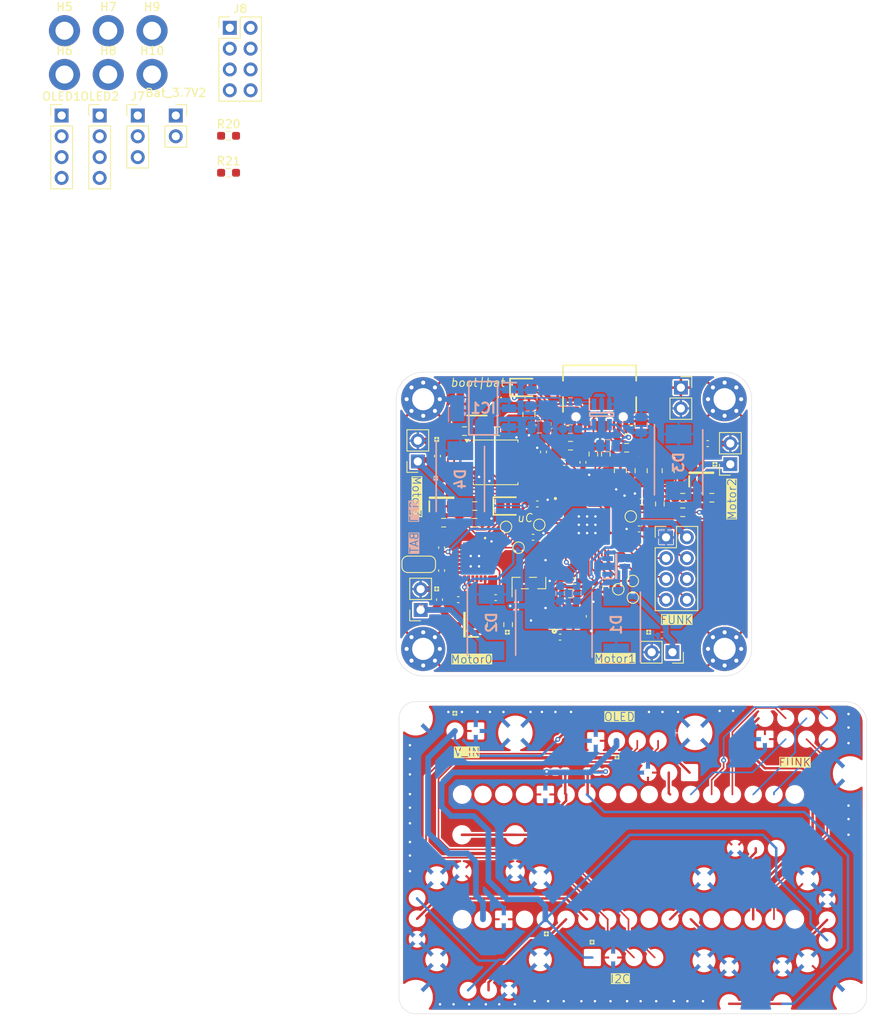
<source format=kicad_pcb>
(kicad_pcb (version 20240108) (generator "pcbnew") (generator_version "8.0")
  (title_block (comment 4 "AISLER Project ID: VZFNDHWX"))
  (layers (0 "F.Cu" signal) (31 "B.Cu" signal) (34 "B.Paste" user) (35 "F.Paste" user) (36 "B.SilkS" user "B.Silkscreen") (37 "F.SilkS" user "F.Silkscreen") (38 "B.Mask" user) (39 "F.Mask" user) (44 "Edge.Cuts" user))
  (net 0 "")
  (net 1 "GND")
  (net 2 "/Prozessor/XIN")
  (net 3 "+1V1")
  (net 4 "/Prozessor/~{USB_BOOT}")
  (net 5 "/Prozessor/QSPI_SS")
  (net 6 "/Prozessor/USB_D+")
  (net 7 "/Prozessor/USB_D-")
  (net 8 "/Prozessor/XOUT")
  (net 9 "/Prozessor/QSPI_SD0")
  (net 10 "/Prozessor/QSPI_SD3")
  (net 11 "/Prozessor/QSPI_SD1")
  (net 12 "/Prozessor/QSPI_SD2")
  (net 13 "/Prozessor/QSPI_SCLK")
  (net 14 "Net-(Q1-G)")
  (net 15 "/Prozessor/SWCLK")
  (net 16 "/Prozessor/RUN")
  (net 17 "/Motor/ESC0_PWM")
  (net 18 "/Motor/ESC1_PWM")
  (net 19 "/Motor/ESC2_PWM")
  (net 20 "/Motor/ESC3_PWM")
  (net 21 "/Prozessor/SWD")
  (net 22 "Net-(Q2-G)")
  (net 23 "Net-(Q3-G)")
  (net 24 "Net-(uC1-USB_DP)")
  (net 25 "Net-(uC1-USB_DM)")
  (net 26 "/Motor/V_Bat")
  (net 27 "/Funk/GDO2")
  (net 28 "/Funk/SCK")
  (net 29 "/Funk/GDO0")
  (net 30 "/Funk/MOSI")
  (net 31 "/Funk/MISO")
  (net 32 "/Funk/CS")
  (net 33 "Net-(D3-A)")
  (net 34 "Net-(D4-A)")
  (net 35 "/Power/VUSB")
  (net 46 "/3V3")
  (net 47 "Net-(C4-Pad1)")
  (net 48 "Net-(D1-A)")
  (net 49 "Net-(D2-A)")
  (net 50 "Net-(IC3-REGOUT)")
  (net 51 "Net-(IC3-CPOUT)")
  (net 52 "Net-(charge1-K)")
  (net 53 "Net-(IC2-STAT)")
  (net 54 "Net-(IC2-PROG)")
  (net 68 "Net-(J2-CC1)")
  (net 71 "Net-(J2-CC2)")
  (net 72 "Net-(Q4-G)")
  (net 73 "Net-(uC2-K)")
  (net 74 "/6-axis MotionTracking/SCL")
  (net 75 "Net-(IC3-AD0)")
  (net 77 "/6-axis MotionTracking/SDA")
  (net 80 "/Prozessor/vol_mess_divided")
  (net 81 "Net-(J10-Pin_4)")
  (net 82 "/Controlller/Vin")
  (net 83 "Net-(J10-Pin_2)")
  (net 84 "Net-(uC1-GPIO26{slash}ADC0)")
  (net 85 "Net-(uC1-GPIO5)")
  (net 86 "GND_C")
  (net 87 "/Controlller/NEOPIX")
  (net 88 "/Controlller/Funk2/MOSI")
  (net 89 "/Controlller/Funk2/SCK")
  (net 90 "/Controlller/Funk2/CS")
  (net 91 "/Controlller/Funk2/GDO2")
  (net 92 "+3V3_C")
  (net 93 "/Controlller/Funk2/MISO")
  (net 94 "/Controlller/Funk2/GDO0")
  (net 95 "/Prozessor/new PWM2")
  (net 96 "+5V_C")
  (net 97 "/Controlller/SCL")
  (net 98 "/Controlller/SDA")
  (net 99 "/Controlller/JoyStick/push_button")
  (net 100 "/Controlller/JoyStick1/push_button")
  (footprint "SamacSys_Parts:GSB1C41110SSHR" (layer "F.Cu") (at 67.564 46.99 180)
    (property "Reference" "J2" (hide yes))
    (property "Value" "GSB1C41110SSHR" (hide yes))
  )
  (footprint "Resistor_SMD:R_0603_1608Metric_Pad0.98x0.95mm_HandSolder" (layer "F.Cu") (at 56.388 74.676 90)
    (property "Reference" "R13" (hide yes))
    (property "Value" "10k")
  )
  (footprint "Capacitor_SMD:C_0402_1005Metric_Pad0.74x0.62mm_HandSolder" (layer "F.Cu") (at 67.056 70.104 -90)
    (property "Reference" "C5" (hide yes))
    (property "Value" "0.1u")
  )
  (footprint "MountingHole:MountingHole_2.7mm_Pad_Via" (layer "F.Cu") (at 46.011 47.155)
    (property "Reference" "H1" (hide yes))
    (property "Value" "MountingHole_Pad" (hide yes))
  )
  (footprint "Connector_PinSocket_2.54mm:PinSocket_1x02_P2.54mm_Vertical" (layer "F.Cu") (at 15.775 12.525)
    (property "Reference" "Bat_3.7V2")
    (property "Value" "Conn_01x02_Pin")
  )
  (footprint "Resistor_SMD:R_0603_1608Metric_Pad0.98x0.95mm_HandSolder" (layer "F.Cu") (at 52.324 62.23 180)
    (property "Reference" "R17" (hide yes))
    (property "Value" "10k")
  )
  (footprint "Connector_PinHeader_2.54mm:PinHeader_1x04_P2.54mm_Vertical" (layer "F.Cu") (at 1.825 12.525)
    (property "Reference" "OLED1")
    (property "Value" "Conn_01x04_Socket")
  )
  (footprint "Resistor_SMD:R_0603_1608Metric_Pad0.98x0.95mm_HandSolder" (layer "F.Cu") (at 55.118 51.054 180)
    (property "Reference" "R2" (hide yes))
    (property "Value" "10k but unessesary" (hide yes))
  )
  (footprint "TestPoint:TestPoint_Pad_D1.0mm" (layer "F.Cu") (at 60.198 62.484)
    (property "Reference" "TP7" (hide yes))
    (property "Value" "TestPoint" (hide yes))
  )
  (footprint "Connector_PinHeader_2.54mm:PinHeader_2x04_P2.54mm_Vertical" (layer "F.Cu") (at 22.375 1.825)
    (property "Reference" "J8")
    (property "Value" "Conn_02x04_Odd_Even")
  )
  (footprint "Capacitor_SMD:C_0805_2012Metric_Pad1.18x1.45mm_HandSolder" (layer "F.Cu") (at 58.928 49.022 -90)
    (property "Reference" "C1" (hide yes))
    (property "Value" "2u2")
  )
  (footprint "MountingHole:MountingHole_2.2mm_M2_DIN965_Pad" (layer "F.Cu") (at 12.875 7.525)
    (property "Reference" "H10")
    (property "Value" "MountingHole_Pad")
  )
  (footprint "TestPoint:TestPoint_Pad_D1.0mm" (layer "F.Cu") (at 71.628 69.342)
    (property "Reference" "TP4" (hide yes))
    (property "Value" "TestPoint" (hide yes))
  )
  (footprint "Resistor_SMD:R_0603_1608Metric_Pad0.98x0.95mm_HandSolder" (layer "F.Cu") (at 51.054 51.054 180)
    (property "Reference" "R1" (hide yes))
    (property "Value" "1k")
  )
  (footprint "SamacSys_Parts:QFN40P700X700X90-57N-D" (layer "F.Cu") (at 66.04 62.484)
    (property "Reference" "uC1" (hide yes))
    (property "Value" "SC0914_7_" (hide yes))
  )
  (footprint "TestPoint:TestPoint_Pad_D1.0mm" (layer "F.Cu") (at 56.134 62.738)
    (property "Reference" "TP2" (hide yes))
    (property "Value" "TestPoint_Small" (hide yes))
  )
  (footprint "Jumper:SolderJumper-3_P1.3mm_Open_RoundedPad1.0x1.5mm_NumberLabels" (layer "F.Cu") (at 45.466 67.31 180)
    (property "Reference" "JP1" (hide yes))
    (property "Value" "SolderJumper_3_Open" (hide yes))
  )
  (footprint "Capacitor_SMD:C_0805_2012Metric_Pad1.18x1.45mm_HandSolder" (layer "F.Cu") (at 72.644 55.88 90)
    (property "Reference" "C12" (hide yes))
    (property "Value" "2u2")
  )
  (footprint "Capacitor_SMD:C_0402_1005Metric" (layer "F.Cu") (at 50.292 71.628 180)
    (property "Reference" "C27" (hide yes))
    (property "Value" "0.1uF")
  )
  (footprint "Resistor_SMD:R_0603_1608Metric_Pad0.98x0.95mm_HandSolder" (layer "F.Cu") (at 77.724 59.182 180)
    (property "Reference" "R18" (hide yes))
    (property "Value" "100")
  )
  (footprint "Resistor_SMD:R_0603_1608Metric_Pad0.98x0.95mm_HandSolder" (layer "F.Cu") (at 64.008 52.832)
    (property "Reference" "R6" (hide yes))
    (property "Value" "5.1k")
  )
  (footprint "Connector_PinHeader_2.54mm:PinHeader_1x04_P2.54mm_Vertical" (layer "F.Cu") (at 6.475 12.525)
    (property "Reference" "OLED2")
    (property "Value" "Conn_01x04_Socket")
  )
  (footprint "Capacitor_SMD:C_0402_1005Metric" (layer "F.Cu") (at 48.26 68.072 -90)
    (property "Reference" "C25" (hide yes))
    (property "Value" "0.1uF")
  )
  (footprint "SamacSys_Parts:MPU6050" (layer "F.Cu") (at 52.324 67.056 -90)
    (property "Reference" "IC3" (hide yes))
    (property "Value" "MPU-6050" (hide yes))
  )
  (footprint "Capacitor_SMD:C_0402_1005Metric" (layer "F.Cu") (at 48.006 71.628 90)
    (property "Reference" "C21" (hide yes))
    (property "Value" "100n")
  )
  (footprint "Resistor_SMD:R_0603_1608Metric_Pad0.98x0.95mm_HandSolder" (layer "F.Cu") (at 22.225 19.515)
    (property "Reference" "R21")
    (property "Value" "10k")
  )
  (footprint "Capacitor_SMD:C_0402_1005Metric" (layer "F.Cu") (at 80.772 52.578)
    (property "Reference" "C22" (hide yes))
    (property "Value" "100n")
  )
  (footprint "TestPoint:TestPoint_Pad_D1.0mm" (layer "F.Cu") (at 69.85 70.358)
    (property "Reference" "TP3" (hide yes))
    (property "Value" "TestPoint" (hide yes))
  )
  (footprint "MountingHole:MountingHole_2.7mm_Pad_Via" (layer "F.Cu") (at 82.841 77.635)
    (property "Reference" "H4" (hide yes))
    (property "Value" "MountingHole_Pad" (hide yes))
  )
  (footprint "Connector_PinSocket_2.54mm:PinSocket_1x02_P2.54mm_Vertical" (layer "F.Cu") (at 83.541 55.098 180)
    (property "Reference" "J5" (hide yes))
    (property "Value" "Conn_01x02_Pin" (hide yes))
  )
  (footprint "MountingHole:MountingHole_2.2mm_M2_DIN965_Pad" (layer "F.Cu") (at 7.525 7.525)
    (property "Reference" "H8")
    (property "Value" "MountingHole_Pad")
  )
  (footprint "Resistor_SMD:R_0603_1608Metric_Pad0.98x0.95mm_HandSolder" (layer "F.Cu") (at 66.802 53.848 -90)
    (property "Reference" "R7" (hide yes))
    (property "Value" "27")
  )
  (footprint "Connector_PinSocket_2.54mm:PinSocket_1x02_P2.54mm_Vertical" (layer "F.Cu") (at 77.495 45.74)
    (property "Reference" "Bat_3.7V1" (hide yes))
    (property "Value" "Conn_01x02_Pin" (hide yes))
  )
  (footprint "SamacSys_Parts:SOT95P237X112-3N" (layer "F.Cu") (at 48.26 59.182 90)
    (property "Reference" "Q4" (hide yes))
    (property "Value" "SQ2310ES-T1_GE3" (hide yes))
  )
  (footprint "SamacSys_Parts:SOT95P237X112-3N" (layer "F.Cu") (at 51.054 74.676 180)
    (property "Reference" "Q2" (hide yes))
    (property "Value" "SQ2310ES-T1_GE3" (hide yes))
  )
  (footprint "MountingHole:MountingHole_2.2mm_M2_DIN965_Pad" (layer "F.Cu") (at 12.875 2.175)
    (property "Reference" "H9")
    (property "Value" "MountingHole_Pad")
  )
  (footprint "Resistor_SMD:R_0603_1608Metric_Pad0.98x0.95mm_HandSolder" (layer "F.Cu") (at 22.225 15.005)
    (property "Reference" "R20")
    (property "Value" "10k")
  )
  (footprint "SamacSys_Parts:ABM8G" (layer "F.Cu") (at 63.246 73.66)
    (property "Reference" "Y1" (hide yes))
    (property "Value" "ABM8G-12.000MHZ-4Y-T3" (hide yes))
  )
  (footprint "Resistor_SMD:R_0603_1608Metric_Pad0.98x0.95mm_HandSolder" (layer "F.Cu") (at 64.008 70.866)
    (property "Reference" "R4" (hide yes))
    (property "Value" "1k  1%")
  )
  (footprint "Connector_PinHeader_2.54mm:PinHeader_1x03_P2.54mm_Vertical" (layer "F.Cu") (at 11.125 12.525)
    (property "Reference" "J7")
    (property "Value" "NEOPIXEL")
  )
  (footprint "Capacitor_SMD:C_0402_1005Metric" (layer "F.Cu") (at 47.752 54.102 90)
    (property "Reference" "C23" (hide yes))
    (property "Value" "100n")
  )
  (footprint "Resistor_SMD:R_0603_1608Metric_Pad0.98x0.95mm_HandSolder" (layer "F.Cu") (at 48.514 62.23 180)
    (property "Reference" "R19" (hide yes))
    (property "Value" "100")
  )
  (footprint "Capacitor_SMD:C_0402_1005Metric_Pad0.74x0.62mm_HandSolder" (layer "F.Cu") (at 62.738 76.2)
    (property "Reference" "C3" (hide yes))
    (property "Value" "15p 5%")
  )
  (footprint "SamacSys_Parts:SOT95P237X112-3N" (layer "F.Cu") (at 80.01 56.134 90)
    (property "Reference" "Q3" (hide yes))
    (property "Value" "SQ2310ES-T1_GE3" (hide yes))
  )
  (footprint "Resistor_SMD:R_0603_1608Metric_Pad0.98x0.95mm_HandSolder" (layer "F.Cu") (at 74.93 59.944 90)
    (property "Reference" "R23" (hide yes))
    (property "Value" "1k")
  )
  (footprint "TestPoint:TestPoint_Pad_D1.0mm" (layer "F.Cu") (at 71.628 71.374)
    (property "Reference" "TP5" (hide yes))
    (property "Value" "TestPoint" (hide yes))
  )
  (footprint "Connector_PinHeader_2.54mm:PinHeader_2x04_P2.54mm_Vertical" (layer "F.Cu") (at 75.687 64.018)
    (property "Reference" "J1" (hide yes))
    (property "Value" "Conn_02x04_Odd_Even")
  )
  (footprint "Capacitor_SMD:C_0402_1005Metric_Pad0.74x0.62mm_HandSolder" (layer "F.Cu") (at 63.246 54.864 180)
    (property "Reference" "C11" (hide yes))
    (property "Value" "0.1u")
  )
  (footprint "Capacitor_SMD:C_0805_2012Metric_Pad1.18x1.45mm_HandSolder" (layer "F.Cu") (at 70.104 55.88 -90)
    (property "Reference" "C13" (hide yes))
    (property "Value" "2u2")
  )
  (footprint "Resistor_SMD:R_0603_1608Metric_Pad0.98x0.95mm_HandSolder" (layer "F.Cu") (at 77.724 60.96 180)
    (property "Reference" "R22" (hide yes))
    (property "Value" "1k")
  )
  (footprint "TestPoint:TestPoint_Pad_D1.0mm" (layer "F.Cu") (at 71.374 61.468)
    (property "Reference" "TP6" (hide yes))
    (property "Value" "TestPoint" (hide yes))
  )
  (footprint "Capacitor_SMD:C_0402_1005Metric" (layer "F.Cu") (at 54.864 71.374 180)
    (property "Reference" "C26" (hide yes))
    (property "Value" "2.2nF")
  )
  (footprint "Package_SO:SOIC-8_5.23x5.23mm_P1.27mm" (layer "F.Cu") (at 54.864 54.864)
    (property "Reference" "FLA1" (hide yes))
    (property "Value" "W25Q128JVS")
  )
  (footprint "Capacitor_SMD:C_0402_1005Metric_Pad0.74x0.62mm_HandSolder" (layer "F.Cu") (at 66.294 73.66 -90)
    (property "Reference" "C4" (hide yes))
    (property "Value" "15p 5%")
  )
  (footprint "Resistor_SMD:R_0603_1608Metric_Pad0.98x0.95mm_HandSolder" (layer "F.Cu") (at 81.28 59.182 180)
    (property "Reference" "R16" (hide yes))
    (property "Value" "10k")
  )
  (footprint "Resistor_SMD:R_0603_1608Metric_Pad0.98x0.95mm_HandSolder" (layer "F.Cu") (at 70.866 53.086 180)
    (property "Reference" "R5" (hide yes))
    (property "Value" "5.1k")
  )
  (footprint "Capacitor_SMD:C_0402_1005Metric_Pad0.74x0.62mm_HandSolder" (layer "F.Cu") (at 72.644 59.69)
    (property "Reference" "C7" (hide yes))
    (property "Value" "0.1u")
  )
  (footprint "Resistor_SMD:R_0603_1608Metric_Pad0.98x0.95mm_HandSolder" (layer "F.Cu") (at 52.324 60.198)
    (property "Reference" "R11" (hide yes))
    (property "Value" "1,5k")
  )
  (footprint "Capacitor_SMD:C_0402_1005Metric_Pad0.74x0.62mm_HandSolder" (layer "F.Cu") (at 72.39 62.992)
    (property "Reference" "C6" (hide yes))
    (property "Value" "0.1u")
  )
  (footprint "SamacSys_Parts:LEDC2012X120N" (layer "F.Cu") (at 56.388 60.198)
    (property "Reference" "uC2" (hide yes))
    (property "Value" "APTD2012LCGCK" (hide yes))
  )
  (footprint "Connector_PinHeader_1.00mm:PinHeader_1x04_P1.00mm_Vertical_SMD_Pin1Left" (layer "F.Cu") (at 58.928 69.596 90)
    (property "Reference" "J10" (hide yes))
    (property "Value" "Conn_01x04" (hide yes))
  )
  (footprint "MountingHole:MountingHole_2.2mm_M2_DIN965_Pad" (layer "F.Cu") (at 2.175 2.175)
    (property "Reference" "H5")
    (property "Value" "MountingHole_Pad")
  )
  (footprint "Resistor_SMD:R_0603_1608Metric_Pad0.98x0.95mm_HandSolder" (layer "F.Cu") (at 54.356 74.676 -90)
    (property "Reference" "R15" (hide yes))
    (property "Value" "100")
  )
  (footprint "Capacitor_SMD:C_0805_2012Metric_Pad1.18x1.45mm_HandSolder" (layer "F.Cu") (at 75.946 55.88 90)
    (property "Reference" "C15" (hide yes))
    (property "Value" "2u2")
  )
  (footprint "SamacSys_Parts:LEDC2012X120N" (layer "F.Cu") (at 58.42 45.72)
    (property "Reference" "charge1" (hide yes))
    (property "Value" "APTD2012LCGCK" (hide yes))
  )
  (footprint "Capacitor_SMD:C_0402_1005Metric_Pad0.74x0.62mm_HandSolder" (layer "F.Cu") (at 60.706 53.594 -90)
    (property "Reference" "C2" (hide yes))
    (property "Value" "0.1uF")
  )
  (footprint "TestPoint:TestPoint_Pad_D1.0mm" (layer "F.Cu") (at 57.658 65.278)
    (property "Reference" "TP1" (hide yes))
    (property "Value" "TestPoint_Small" (hide yes))
  )
  (footprint "SamacSys_Parts:435441019830" (layer "F.Cu") (at 52.578 47.752)
    (property "Reference" "S_BOOT1" (hide yes))
    (property "Value" "435441019830" (hide yes))
  )
  (footprint "Resistor_SMD:R_0402_1005Metric_Pad0.72x0.64mm_HandSolder" (layer "F.Cu") (at 64.516 69.342)
    (property "Reference" "R3" (hide yes))
    (property "Value" "no fit")
  )
  (footprint "MountingHole:MountingHole_2.2mm_M2_DIN965_Pad" (layer "F.Cu") (at 2.175 7.525)
    (property "Reference" "H6")
    (property "Value" "MountingHole_Pad")
  )
  (footprint "Capacitor_SMD:C_0402_1005Metric_Pad0.74x0.62mm_HandSolder" (layer "F.Cu") (at 59.436 64.008 180)
    (property "Reference" "C10" (hide yes))
    (property "Value" "0.1u")
  )
  (footprint "Connector_PinSocket_2.54mm:PinSocket_1x02_P2.54mm_Vertical" (layer "F.Cu") (at 45.351 54.755 180)
    (property "Reference" "J6" (hide yes))
    (property "Value" "Conn_01x02_Pin" (hide yes))
  )
  (footprint "Capacitor_SMD:C_0402_1005Metric_Pad0.74x0.62mm_HandSolder" (layer "F.Cu") (at 68.326 70.104 -90)
    (property "Reference" "C14" (hide yes))
    (property "Value" "0.1u")
  )
  (footprint "Connector_PinSocket_2.54mm:PinSocket_1x02_P2.54mm_Vertical" (layer "F.Cu") (at 45.695 72.878 180)
    (property "Reference" "J4" (hide yes))
    (property "Value" "Conn_01x02_Pin" (hide yes))
  )
  (footprint "MountingHole:MountingHole_2.7mm_Pad_Via" (layer "F.Cu") (at 46.011 77.635)
    (property "Reference" "H3" (hide yes))
    (property "Value" "MountingHole_Pad" (hide yes))
  )
  (footprint "Connector_PinSocket_2.54mm:PinSocket_1x02_P2.54mm_Vertical" (layer "F.Cu") (at 76.471 78.041 -90)
    (property "Reference" "J3" (hide yes))
    (property "Value" "Conn_01x02_Pin" (hide yes))
  )
  (footprint "MountingHole:MountingHole_2.2mm_M2_DIN965_Pad" (layer "F.Cu") (at 7.525 2.175)
    (property "Reference" "H7")
    (property "Value" "MountingHole_Pad")
  )
  (footprint "Capacitor_SMD:C_0402_1005Metric_Pad0.74x0.62mm_HandSolder" (layer "F.Cu") (at 65.532 54.864 90)
    (property "Reference" "C8" (hide yes))
    (property "Value" "0.1u")
  )
  (footprint "Resistor_SMD:R_0603_1608Metric_Pad0.98x0.95mm_HandSolder" (layer "F.Cu") (at 68.326 53.848 -90)
    (property "Reference" "R8" (hide yes))
    (property "Value" "27")
  )
  (footprint "MountingHole:MountingHole_2.7mm_Pad_Via" (layer "F.Cu") (at 82.841 47.155)
    (property "Reference" "H2" (hide yes))
    (property "Value" "MountingHole_Pad" (hide yes))
  )
  (footprint "Capacitor_SMD:C_0402_1005Metric_Pad0.74x0.62mm_HandSolder" (layer "F.Cu") (at 59.944 59.944 180)
    (property "Reference" "C9" (hide yes))
    (property "Value" "0.1u")
  )
  (footprint "Capacitor_SMD:C_0402_1005Metric" (layer "F.Cu") (at 48.26 65.278 90)
    (property "Reference" "C24" (hide yes))
    (property "Value" "10nF")
  )
  (footprint "Capacitor_SMD:C_0805_2012Metric" (layer "B.Cu") (at 60.198 50.546)
    (property "Reference" "C18" (hide yes))
    (property "Value" "33uF")
  )
  (footprint "SamacSys_Parts:DIOM7959X262N" (layer "B.Cu") (at 69.596 74.676 90)
    (property "Reference" "D1")
    (property "Value" "SS34" (hide yes))
  )
  (footprint "SamacSys_Parts:DIOM7959X262N" (layer "B.Cu") (at 54.356 74.422 -90)
    (property "Reference" "D2")
    (property "Value" "SS34" (hide yes))
  )
  (footprint "Resistor_SMD:R_0603_1608Metric_Pad0.98x0.95mm_HandSolder" (layer "B.Cu") (at 64.008 47.498 180)
    (property "Reference" "R10" (hide yes))
    (property "Value" "470")
  )
  (footprint "Capacitor_SMD:C_0805_2012Metric" (layer "B.Cu") (at 72.644 50.292 -90)
    (property "Reference" "C19" (hide yes))
    (property "Value" "min. 4.7uF")
  )
  (footprint "SamacSys_Parts:DIOM7959X262N" (layer "B.Cu") (at 50.546 56.896 -90)
    (property "Reference" "D4")
    (property "Value" "SS34" (hide yes))
  )
  (footprint "SamacSys_Parts:SOT230P700X180-4N" (layer "B.Cu") (at 53.34 48.26 180)
    (property "Reference" "IC1")
    (property "Value" "LM3940IMP-3.3_NOPB" (hide yes))
  )
  (footprint "SamacSys_Parts:SOT95P237X112-3N" (layer "B.Cu") (at 69.596 67.564)
    (property "Reference" "Q1" (hide yes))
    (property "Value" "SQ2310ES-T1_GE3" (hide yes))
  )
  (footprint "Capacitor_SMD:C_0805_2012Metric" (layer "B.Cu") (at 68.58 52.832 180)
    (property "Reference" "C17" (hide yes))
    (property "Value" "min. 4.7uF")
  )
  (footprint "Resistor_SMD:R_0603_1608Metric_Pad0.98x0.95mm_HandSolder" (layer "B.Cu") (at 64.008 50.8)
    (property "Reference" "R9" (hide yes))
    (property "Value" "2kOhm")
  )
  (footprint "Capacitor_SMD:C_0402_1005Metric" (layer "B.Cu") (at 75.184 75.946 180)
    (property "Reference" "C20" (hide yes))
    (property "Value" "100n")
  )
  (footprint "SamacSys_Parts:DIOM7959X262N" (layer "B.Cu") (at 77.216 54.864 -90)
    (property "Reference" "D3")
    (property "Value" "SS34" (hide yes))
  )
  (footprint "Resistor_SMD:R_0603_1608Metric_Pad0.98x0.95mm_HandSolder" (layer "B.Cu") (at 62.738 70.866 90)
    (property "Reference" "R12" (hide yes))
    (property "Value" "10k")
  )
  (footprint "Capacitor_SMD:C_0805_2012Metric" (layer "B.Cu") (at 59.182 46.99 -90)
    (property "Reference" "C16" (hide yes))
    (property "Value" "0.47uF")
  )
  (footprint "Resistor_SMD:R_0603_1608Metric_Pad0.98x0.95mm_HandSolder" (layer "B.Cu") (at 64.77 70.866 -90)
    (property "Reference" "R14" (hide yes))
    (property "Value" "100")
  )
  (footprint "SamacSys_Parts:SOT95P270X145-5N" (layer "B.Cu") (at 67.818 49.022 -90)
    (property "Reference" "IC2" (hide yes))
    (property "Value" "MCP73831T-2ACI_OT" (hide yes))
  )
  (gr_line (start 83.095 43.853) (end 46.011 43.853) (stroke (width 0.05)) (layer "Edge.Cuts"))
  (gr_line (start 46.011 80.937) (end 82.841 80.937) (stroke (width 0.05)) (layer "Edge.Cuts"))
  (gr_arc (start 45.085 122.174) (mid 43.648159 121.578841) (end 43.053 120.142) (stroke (width 0.05)) (layer "Edge.Cuts"))
  (gr_line (start 100.203 86.614) (end 100.203 120.142) (stroke (width 0.05)) (layer "Edge.Cuts"))
  (gr_arc (start 46.011 80.937) (mid 43.676133 79.969867) (end 42.709 77.635) (stroke (width 0.05)) (layer "Edge.Cuts"))
  (gr_arc (start 97.663 84.074) (mid 99.459051 84.817949) (end 100.203 86.614) (stroke (width 0.05)) (layer "Edge.Cuts"))
  (gr_line (start 43.053 120.142) (end 43.053 86.106) (stroke (width 0.05)) (layer "Edge.Cuts"))
  (gr_arc (start 86.143 77.635) (mid 85.175867 79.969867) (end 82.841 80.937) (stroke (width 0.05)) (layer "Edge.Cuts"))
  (gr_line (start 86.152754 47.155) (end 86.143 77.635) (stroke (width 0.05)) (layer "Edge.Cuts"))
  (gr_arc (start 83.095 43.853001) (mid 85.270907 44.90483) (end 86.152754 47.155) (stroke (width 0.05)) (layer "Edge.Cuts"))
  (gr_arc (start 43.053 86.106) (mid 43.648159 84.669159) (end 45.085 84.074) (stroke (width 0.05)) (layer "Edge.Cuts"))
  (gr_line (start 42.709 47.155) (end 42.709 77.635) (stroke (width 0.05)) (layer "Edge.Cuts"))
  (gr_line (start 98.171 122.174) (end 45.085 122.174) (stroke (width 0.05)) (layer "Edge.Cuts"))
  (gr_arc (start 100.203 120.142) (mid 99.607841 121.578841) (end 98.171 122.174) (stroke (width 0.05)) (layer "Edge.Cuts"))
  (gr_arc (start 42.709 47.155) (mid 43.676133 44.820133) (end 46.011 43.853) (stroke (width 0.05)) (layer "Edge.Cuts"))
  (gr_line (start 45.085 84.074) (end 97.663 84.074) (stroke (width 0.05)) (layer "Edge.Cuts"))
  (gr_text "+" (at 47.916 57.061 -0) (layer "B.SilkS" knockout) (effects (font (size 0.5 0.5) (thickness 0.1)) (justify left bottom mirror)))
  (gr_text "+" (at 46.138 72.809 -0) (layer "B.SilkS" knockout) (effects (font (size 0.5 0.5) (thickness 0.1)) (justify left bottom mirror)))
  (gr_text "LED" (at 44.233 62.268 270) (layer "B.SilkS" knockout) (effects (font (size 1 1) (thickness 0.1)) (justify left bottom mirror)))
  (gr_text "BAT" (at 45.503 63.284 -270) (layer "B.SilkS" knockout) (effects (font (size 1 1) (thickness 0.1)) (justify left bottom mirror)))
  (gr_text "+" (at 81.28 55.372 0) (layer "F.SilkS" knockout) (effects (font (size 0.5 0.5) (thickness 0.1)) (justify left bottom)))
  (gr_text "V_IN" (at 49.758 90.831 0) (layer "F.SilkS" knockout) (effects (font (size 1 1) (thickness 0.1)) (justify left bottom)))
  (gr_text "+" (at 49.504 85.751 0) (layer "F.SilkS" knockout) (effects (font (size 0.5 0.5) (thickness 0.1)) (justify left bottom)))
  (gr_text "+" (at 60.68 112.675 0) (layer "F.SilkS" knockout) (effects (font (size 0.5 0.5) (thickness 0.1)) (justify left bottom)))
  (gr_text "FUNK" (at 89.382 92.101 0) (layer "F.SilkS" knockout) (effects (font (size 1 1) (thickness 0.1)) (justify left bottom)))
  (gr_text "+" (at 69.316 91.085 0) (layer "F.SilkS" knockout) (effects (font (size 0.5 0.5) (thickness 0.1)) (justify left bottom)))
  (gr_text "+" (at 55.917 75.857 0) (layer "F.SilkS" knockout) (effects (font (size 0.5 0.5) (thickness 0.1)) (justify left bottom)))
  (gr_text "FUNK" (at 74.93 74.676 0) (layer "F.SilkS" knockout) (effects (font (size 1 1) (thickness 0.1)) (justify left bottom)))
  (gr_text "boot|bat" (at 49.276 45.72 0) (layer "F.SilkS") (effects (font (size 1 1) (thickness 0.125) (italic yes)) (justify left bottom)))
  (gr_text "I2C" (at 68.808 118.517 0) (layer "F.SilkS" knockout) (effects (font (size 1 1) (thickness 0.1)) (justify left bottom)))
  (gr_text "Motor3\n" (at 44.614 56.426 270) (layer "F.SilkS" knockout) (effects (font (size 1 1) (thickness 0.1)) (justify left bottom)))
  (gr_text "Motor2\n" (at 84.328 61.976 90) (layer "F.SilkS" knockout) (effects (font (size 1 1) (thickness 0.1)) (justify left bottom)))
  (gr_text "+" (at 47.281 52.324 0) (layer "F.SilkS" knockout) (effects (font (size 0.5 0.5) (thickness 0.1)) (justify left bottom)))
  (gr_text "uC" (at 57.404 62.23 0) (layer "F.SilkS") (effects (font (size 1 1) (thickness 0.125) (italic yes)) (justify left bottom)))
  (gr_text "OLED" (at 68.046 86.513 0) (layer "F.SilkS" knockout) (effects (font (size 1 1) (thickness 0.1)) (justify left bottom)))
  (gr_text "+" (at 66.268 113.691 0) (layer "F.SilkS" knockout) (effects (font (size 0.5 0.5) (thickness 0.1)) (justify left bottom)))
  (gr_text "Motor1" (at 66.839 79.413 0) (layer "F.SilkS" knockout) (effects (font (size 1 1) (thickness 0.1)) (justify left bottom)))
  (gr_text "+" (at 47.281 70.573 0) (layer "F.SilkS" knockout) (effects (font (size 0.5 0.5) (thickness 0.1)) (justify left bottom)))
  (gr_text "+" (at 73.189 75.857 0) (layer "F.SilkS" knockout) (effects (font (size 0.5 0.5) (thickness 0.1)) (justify left bottom)))
  (gr_text "Motor0" (at 49.313 79.502 0) (layer "F.SilkS" knockout) (effects (font (size 1 1) (thickness 0.1)) (justify left bottom)))
  (segment (start 78.359 108.458) (end 80.645 108.458) (width 0.3) (layer "F.Cu") (net 0))
  (segment (start 82.7278 92.1512) (end 81.254 93.625) (width 0.2) (layer "F.Cu") (net 0))
  (segment (start 66.1055 95.3115) (end 66.014 95.403) (width 0.3) (layer "F.Cu") (net 0))
  (segment (start 71.094 112.095) (end 74.305 115.306) (width 0.2) (layer "F.Cu") (net 0))
  (segment (start 76.174 110.643) (end 78.359 108.458) (width 0.3) (layer "F.Cu") (net 0))
  (segment (start 85.217 89.662) (end 87.757 92.202) (width 0.3) (layer "F.Cu") (net 0))
  (segment (start 75.412 86.386) (end 76.555 87.529) (width 0.3) (layer "F.Cu") (net 0))
  (segment (start 86.334 107.341) (end 86.334 110.643) (width 0.3) (layer "F.Cu") (net 0))
  (segment (start 46.355 101.346) (end 48.133 103.124) (width 0.2) (layer "F.Cu") (net 0))
  (segment (start 87.757 92.202) (end 92.329 92.202) (width 0.3) (layer "F.Cu") (net 0))
  (segment (start 71.501 90.424) (end 49.149 90.424) (width 0.2) (layer "F.Cu") (net 0))
  (segment (start 59.309 100.33) (end 50.7475 100.33) (width 0.3) (layer "F.Cu") (net 0))
  (segment (start 66.1055 92.609) (end 66.1055 95.3115) (width 0.3) (layer "F.Cu") (net 0))
  (segment (start 53.9975 118.3415) (end 53.9975 119.31) (width 0.3) (layer "F.Cu") (net 0))
  (segment (start 66.014 110.643) (end 63.474 108.103) (width 0.3) (layer "F.Cu") (net 0))
  (segment (start 86.99 86.111) (end 85.217 87.884) (width 0.3) (layer "F.Cu") (net 0))
  (segment (start 47.879 93.472) (end 49.911 91.44) (width 0.2) (layer "F.Cu") (net 0))
  (segment (start 73.025 91.44) (end 74.7105 89.7545) (width 0.2) (layer "F.Cu") (net 0))
  (segment (start 49.149 102.108) (end 47.879 100.838) (width 0.2) (layer "F.Cu") (net 0))
  (segment (start 92.329 92.202) (end 93.599 93.472) (width 0.3) (layer "F.Cu") (net 0))
  (segment (start 76.017 92.736) (end 76.017 95.246) (width 0.3) (layer "F.Cu") (net 0))
  (segment (start 80.873 112.802) (end 78.714 110.643) (width 0.3) (layer "F.Cu") (net 0))
  (segment (start 63.3635 95.2925) (end 63.474 95.403) (width 0.3) (layer "F.Cu") (net 0))
  (segment (start 90.307 86.111) (end 89.032 84.836) (width 0.2) (layer "F.Cu") (net 0))
  (segment (start 61.035 103.124) (end 68.554 110.643) (width 0.2) (layer "F.Cu") (net 0))
  (segment (start 81.254 93.625) (end 81.254 95.403) (width 0.2) (layer "F.Cu") (net 0))
  (segment (start 49.911 91.44) (end 73.025 91.44) (width 0.2) (layer "F.Cu") (net 0))
  (segment (start 60.934 113.183) (end 59.156 113.183) (width 0.3) (layer "F.Cu") (net 0))
  (segment (start 62.559 102.108) (end 49.149 102.108) (width 0.2) (layer "F.Cu") (net 0))
  (segment (start 93.2815 112.802) (end 80.873 112.802) (width 0.3) (layer "F.Cu") (net 0))
  (segment (start 89.8975 120.956) (end 83.3975 120.956) (width 0.3) (layer "F.Cu") (net 0))
  (segment (start 71.094 110.643) (end 62.559 102.108) (width 0.2) (layer "F.Cu") (net 0))
  (segment (start 63.474 95.403) (end 63.474 96.165) (width 0.3) (layer "F.Cu") (net 0))
  (segment (start 80.645 108.458) (end 86.6475 102.4555) (width 0.3) (layer "F.Cu") (net 0))
  (segment (start 95.3775 110.706) (end 93.2815 112.802) (width 0.3) (layer "F.Cu") (net 0))
  (segment (start 86.741 84.836) (end 83.794 87.783) (width 0.2) (layer "F.Cu") (net 0))
  (segment (start 64.744 86.386) (end 75.412 86.386) (width 0.3) (layer "F.Cu") (net 0))
  (segment (start 76.555 90.734) (end 78.557 92.736) (width 0.3) (layer "F.Cu") (net 0))
  (segment (start 93.599 100.076) (end 86.334 107.341) (width 0.3) (layer "F.Cu") (net 0))
  (segment (start 47.879 100.838) (end 47.879 93.472) (width 0.2) (layer "F.Cu") (net 0))
  (segment (start 63.474 96.165) (end 59.309 100.33) (width 0.3) (layer "F.Cu") (net 0))
  (segment (start 95.377 91.181) (end 92.847 88.651) (width 0.2) (layer "F.Cu") (net 0))
  (segment (start 63.3635 92.609) (end 63.3635 95.2925) (width 0.3) (layer "F.Cu") (net 0))
  (segment (start 59.156 113.183) (end 53.9975 118.3415) (width 0.3) (layer "F.Cu") (net 0))
  (segment (start 49.149 90.424) (end 46.355 93.218) (width 0.2) (layer "F.Cu") (net 0))
  (segment (start 50.7475 100.33) (end 57.2475 100.33) (width 0.3) (layer "F.Cu") (net 0))
  (segment (start 72.1705 88.8495) (end 72.1705 89.7545) (width 0.2) (layer "F.Cu") (net 0))
  (segment (start 86.6475 102.4555) (end 86.6475 101.976) (width 0.3) (layer "F.Cu") (net 0))
  (segment (start 71.765 115.306) (end 68.554 112.095) (width 0.2) (layer "F.Cu") (net 0))
  (segment (start 71.094 110.643) (end 71.094 112.095) (width 0.2) (layer "F.Cu") (net 0))
  (segment (start 48.133 103.124) (end 61.035 103.124) (width 0.2) (layer "F.Cu") (net 0))
  (segment (start 47.7445 108.103) (end 45.2675 110.58) (width 0.3) (layer "F.Cu") (net 0))
  (segment (start 88.874 110.643) (end 88.874 106.833) (width 0.2) (layer "F.Cu") (net 0))
  (segment (start 95.377 100.33) (end 95.377 91.181) (width 0.2) (layer "F.Cu") (net 0))
  (segment (start 68.3 92.609) (end 67.3005 92.609) (width 0.3) (layer "F.Cu") (net 0))
  (segment (start 85.217 87.884) (end 85.217 89.662) (width 0.3) (layer "F.Cu") (net 0))
  (segment (start 83.794 87.783) (end 83.794 95.403) (width 0.2) (layer "F.Cu") (net 0))
  (segment (start 74.7105 89.7545) (end 74.7105 88.8495) (width 0.2) (layer "F.Cu") (net 0))
  (segment (start 88.874 106.833) (end 95.377 100.33) (width 0.2) (layer "F.Cu") (net 0))
  (segment (start 61.087 92.609) (end 62.1685 92.609) (width 0.3) (layer "F.Cu") (net 0))
  (segment (start 62.458 88.672) (end 64.744 86.386) (width 0.3) (layer "F.Cu") (net 0))
  (segment (start 68.554 112.095) (end 68.554 110.643) (width 0.2) (layer "F.Cu") (net 0))
  (segment (start 46.355 93.218) (end 46.355 101.346) (width 0.2) (layer "F.Cu") (net 0))
  (segment (start 76.017 95.246) (end 76.174 95.403) (width 0.3) (layer "F.Cu") (net 0))
  (segment (start 63.474 108.103) (end 47.7445 108.103) (width 0.3) (layer "F.Cu") (net 0))
  (segment (start 93.599 93.472) (end 93.599 100.076) (width 0.3) (layer "F.Cu") (net 0))
  (segment (start 82.7278 91.2368) (end 82.7278 92.1512) (width 0.2) (layer "F.Cu") (net 0))
  (segment (start 72.1705 89.7545) (end 71.501 90.424) (width 0.2) (layer "F.Cu") (net 0))
  (segment (start 63.474 110.643) (end 60.934 113.183) (width 0.3) (layer "F.Cu") (net 0))
  (segment (start 89.032 84.836) (end 86.741 84.836) (width 0.2) (layer "F.Cu") (net 0))
  (segment (start 76.555 87.529) (end 76.555 90.734) (width 0.3) (layer "F.Cu") (net 0))
  (via (at 49.086 85.332) (size 0.6) (drill 0.3) (layers "F.Cu" "B.Cu") (net 0))
  (via (at 54.166 85.332) (size 0.6) (drill 0.3) (layers "F.Cu" "B.Cu") (net 0))
  (via (at 49.721 121.019) (size 0.6) (drill 0.3) (layers "F.Cu" "B.Cu") (net 0))
  (via (at 60.516 85.332) (size 0.6) (drill 0.3) (layers "F.Cu" "B.Cu") (net 0))
  (via (at 73.597 85.332) (size 0.6) (drill 0.3) (layers "F.Cu" "B.Cu") (net 0))
  (via (at 97.981 85.586) (size 0.6) (drill 0.3) (layers "F.Cu" "B.Cu") (net 0))
  (via (at 70.93 120.638) (size 0.6) (drill 0.3) (layers "F.Cu" "B.Cu") (net 0))
  (via (at 44.387 104.763) (size 0.6) (drill 0.3) (layers "F.Cu" "B.Cu") (net 0))
  (via (at 44.387 98.921) (size 0.6) (drill 0.3) (layers "F.Cu" "B.Cu") (net 0))
  (via (at 52.642 85.332) (size 0.6) (drill 0.3) (layers "F.Cu" "B.Cu") (net 0))
  (via (at 59.627 120.638) (size 0.6) (drill 0.3) (layers "F.Cu" "B.Cu") (net 0))
  (via (at 76.645 120.638) (size 0.6) (drill 0.3) (layers "F.Cu" "B.Cu") (net 0))
  (via (at 44.387 97.016) (size 0.6) (drill 0.3) (layers "F.Cu" "B.Cu") (net 0))
  (via (at 83.884 85.205) (size 0.6) (drill 0.3) (layers "F.Cu" "B.Cu") (net 0))
  (via (at 97.981 100.318) (size 0.6) (drill 0.3) (layers "F.Cu" "B.Cu") (net 0))
  (via (at 62.167 85.332) (size 0.6) (drill 0.3) (layers "F.Cu" "B.Cu") (net 0))
  (via (at 44.387 95.365) (size 0.6) (drill 0.3) (layers "F.Cu" "B.Cu") (net 0))
  (via (at 61.278 120.638) (size 0.6) (drill 0.3) (layers "F.Cu" "B.Cu") (net 0))
  (via (at 59.119 85.332) (size 0.6) (drill 0.3) (layers "F.Cu" "B.Cu") (net 0))
  (via (at 55.817 85.332) (size 0.6) (drill 0.3) (layers "F.Cu" "B.Cu") (net 0))
  (via (at 48.07 121.019) (size 0.6) (drill 0.3) (layers "F.Cu" "B.Cu") (net 0))
  (via (at 68.898 120.638) (size 0.6) (drill 0.3) (layers "F.Cu" "B.Cu") (net 0))
  (via (at 82.233 85.205) (size 0.6) (drill 0.3) (layers "F.Cu" "B.Cu") (net 0))
  (via (at 44.387 92.952) (size 0.6) (drill 0.3) (layers "F.Cu" "B.Cu") (net 0))
  (via (at 77.153 85.332) (size 0.6) (drill 0.3) (layers "F.Cu" "B.Cu") (net 0))
  (via (at 97.981 89.142) (size 0.6) (drill 0.3) (layers "F.Cu" "B.Cu") (net 0))
  (via (at 97.981 96.762) (size 0.6) (drill 0.3) (layers "F.Cu" "B.Cu") (net 0))
  (via (at 44.387 91.047) (size 0.6) (drill 0.3) (layers "F.Cu" "B.Cu") (net 0))
  (via (at 55.309 121.019) (size 0.6) (drill 0.3) (layers "F.Cu" "B.Cu") (net 0))
  (via (at 66.993 120.638) (size 0.6) (drill 0.3) (layers "F.Cu" "B.Cu") (net 0))
  (via (at 51.626 121.019) (size 0.6) (drill 0.3) (layers "F.Cu" "B.Cu") (net 0))
  (via (at 82.7278 91.2368) (size 0.6) (drill 0.3) (layers "F.Cu" "B.Cu") (net 0))
  (via (at 63.183 120.638) (size 0.6) (drill 0.3) (layers "F.Cu" "B.Cu") (net 0))
  (via (at 62.458 88.672) (size 0.6) (drill 0.3) (layers "F.Cu" "B.Cu") (net 0))
  (via (at 97.981 98.413) (size 0.6) (drill 0.3) (layers "F.Cu" "B.Cu") (net 0))
  (via (at 53.658 121.019) (size 0.6) (drill 0.3) (layers "F.Cu" "B.Cu") (net 0))
  (via (at 44.387 102.858) (size 0.6) (drill 0.3) (layers "F.Cu" "B.Cu") (net 0))
  (via (at 78.296 120.638) (size 0.6) (drill 0.3) (layers "F.Cu" "B.Cu") (net 0))
  (via (at 72.581 120.638) (size 0.6) (drill 0.3) (layers "F.Cu" "B.Cu") (net 0))
  (via (at 97.981 87.237) (size 0.6) (drill 0.3) (layers "F.Cu" "B.Cu") (net 0))
  (via (at 61.087 92.609) (size 0.6) (drill 0.3) (layers "F.Cu" "B.Cu") (net 0))
  (via (at 44.387 101.207) (size 0.6) (drill 0.3) (layers "F.Cu" "B.Cu") (net 0))
  (via (at 57.214 121.019) (size 0.6) (drill 0.3) (layers "F.Cu" "B.Cu") (net 0))
  (via (at 64.072 85.332) (size 0.6) (drill 0.3) (layers "F.Cu" "B.Cu") (net 0))
  (via (at 44.387 89.396) (size 0.6) (drill 0.3) (layers "F.Cu" "B.Cu") (net 0))
  (via (at 65.342 120.638) (size 0.6) (drill 0.3) (layers "F.Cu" "B.Cu") (net 0))
  (via (at 50.737 85.332) (size 0.6) (drill 0.3) (layers "F.Cu" "B.Cu") (net 0))
  (via (at 68.3 92.609) (size 0.6) (drill 0.3) (layers "F.Cu" "B.Cu") (net 0))
  (via (at 75.248 85.332) (size 0.6) (drill 0.3) (layers "F.Cu" "B.Cu") (net 0))
  (via (at 74.486 120.638) (size 0.6) (drill 0.3) (layers "F.Cu" "B.Cu") (net 0))
  (via (at 80.201 120.638) (size 0.6) (drill 0.3) (layers "F.Cu" "B.Cu") (net 0))
  (segment (start 86.248 92.71) (end 81.407 92.71) (width 0.2) (layer "B.Cu") (net 0))
  (segment (start 60.426 90.704) (end 51.663 90.704) (width 0.3) (layer "B.Cu") (net 0))
  (segment (start 55.11425 115.69325) (end 52.82825 115.69325) (width 0.3) (layer "B.Cu") (net 0))
  (segment (start 93.345 109.728) (end 89.1475 105.5305) (width 0.3) (layer "B.Cu") (net 0))
  (segment (start 51.663 90.704) (end 49.891 88.932) (width 0.3) (layer "B.Cu") (net 0))
  (segment (start 90.307 88.651) (end 86.248 92.71) (width 0.2) (layer "B.Cu") (net 0))
  (segment (start 55.11425 115.69325) (end 51.4975 119.31) (width 0.3) (layer "B.Cu") (net 0))
  (segment (start 82.7278 88.4428) (end 82.7278 91.2368) (width 0.2) (layer "B.Cu") (net 0))
  (segment (start 60.934 110.643) (end 60.934 109.067) (width 0.7) (layer "B.Cu") (net 0))
  (segment (start 51.435 102.616) (end 49.149 102.616) (width 0.7) (layer "B.Cu") (net 0))
  (segment (start 49.403 98.044) (end 48.26 96.901) (width 0.7) (layer "B.Cu") (net 0))
  (segment (start 48.26 94.107) (end 49.657 92.71) (width 0.7) (layer "B.Cu") (net 0))
  (segment (start 52.451 103.632) (end 51.435 102.616) (width 0.7) (layer "B.Cu") (net 0))
  (segment (start 95.387 88.651) (end 88.874 95.164) (width 0.2) (layer "B.Cu") (net 0))
  (segment (start 91.457 90.28) (end 86.334 95.403) (width 0.2) (layer "B.Cu") (net 0))
  (segment (start 89.1475 101.976) (end 87.5015 100.33) (width 0.3) (layer "B.Cu") (net 0))
  (segment (start 53.975 99.822) (end 52.197 98.044) (width 0.7) (layer "B.Cu") (net 0))
  (segment (start 68.147 97.536) (end 66.014 95.403) (width 0.3) (layer "B.Cu") (net 0))
  (segment (start 62.458 88.672) (end 60.426 90.704) (width 0.3) (layer "B.Cu") (net 0))
  (segment (start 97.917 102.87) (end 92.583 97.536) (width 0.3) (layer "B.Cu") (net 0))
  (segment (start 53.975 105.918) (end 53.975 99.822) (width 0.7) (layer "B.Cu") (net 0))
  (segment (start 86.4362 84.7344) (end 84.9122 86.2584) (width 0.2) (layer "B.Cu") (net 0))
  (segment (start 46.609 90.937) (end 49.891 87.655) (width 0.7) (layer "B.Cu") (net 0))
  (segment (start 49.149 102.616) (end 46.609 100.076) (width 0.7) (layer "B.Cu") (net 0))
  (segment (start 56.007 115.57) (end 55.2375 115.57) (width 0.3) (layer "B.Cu") (net 0))
  (segment (start 53.314 108.559) (end 52.451 107.696) (width 0.7) (layer "B.Cu") (net 0))
  (segment (start 65.649 115.306) (end 66.685 115.306) (width 0.3) (layer "B.Cu") (net 0))
  (segment (start 49.657 92.71) (end 66.421 92.71) (width 0.7) (layer "B.Cu") (net 0))
  (segment (start 97.917 114.315358) (end 97.917 102.87) (width 0.3) (layer "B.Cu") (net 0))
  (segment (start 68.199 92.71) (end 66.421 92.71) (width 0.3) (layer "B.Cu") (net 0))
  (segment (start 60.934 110.643) (end 60.986 110.643) (width 0.3) (layer "B.Cu") (net 0))
  (segment (start 53.314 110.643) (end 53.314 108.559) (width 0.7) (layer "B.Cu") (net 0))
  (segment (start 95.3775 113.206) (end 93.345 111.1735) (width 0.3) (layer "B.Cu") (net 0))
  (segment (start 68.3 92.609) (end 68.199 92.71) (width 0.3) (layer "B.Cu") (net 0))
  (segment (start 60.934 110.643) (end 56.007 115.57) (width 0.3) (layer "B.Cu") (net 0))
  (segment (start 71.247 100.33) (end 60.934 110.643) (width 0.3) (layer "B.Cu") (net 0))
  (segment (start 95.387 86.111) (end 94.0104 84.7344) (width 0.2) (layer "B.Cu") (net 0))
  (segment (start 55.2375 115.57) (end 55.11425 115.69325) (width 0.3) (layer "B.Cu") (net 0))
  (segment (start 60.071 108.204) (end 56.261 108.204) (width 0.7) (layer "B.Cu") (net 0))
  (segment (start 66.421 92.71) (end 69.6305 89.5005) (width 0.7) (layer "B.Cu") (net 0))
  (segment (start 91.457 87.501) (end 91.457 90.28) (width 0.2) (layer "B.Cu") (net 0))
  (segment (start 89.6874 84.7344) (end 86.4362 84.7344) (width 0.2) (layer "B.Cu") (net 0))
  (segment (start 87.5015 100.33) (end 71.247 100.33) (width 0.3) (layer "B.Cu") (net 0))
  (segment (start 52.451 107.696) (end 52.451 103.632) (width 0.7) (layer "B.Cu") (net 0))
  (segment (start 45.2675 108.1325) (end 45.2675 108.08) (width 0.3) (layer "B.Cu") (net 0))
  (segment (start 93.345 111.1735) (end 93.345 109.728) (width 0.3) (layer "B.Cu") (net 0))
  (segment (start 88.874 95.164) (end 88.874 95.403) (width 0.2) (layer "B.Cu") (net 0))
  (segment (start 92.847 86.111) (end 91.457 87.501) (width 0.2) (layer "B.Cu") (net 0))
  (segment (start 56.261 108.204) (end 53.975 105.918) (width 0.7) (layer "B.Cu") (net 0))
  (segment (start 52.82825 115.69325) (end 45.2675 108.1325) (width 0.3) (layer "B.Cu") (net 0))
  (segment (start 92.583 97.536) (end 68.147 97.536) (width 0.3) (layer "B.Cu") (net 0))
  (segment (start 94.0104 84.7344) (end 89.6874 84.7344) (width 0.2) (layer "B.Cu") (net 0))
  (segment (start 52.197 98.044) (end 49.403 98.044) (width 0.7) (layer "B.Cu") (net 0))
  (segment (start 89.1475 105.5305) (end 89.1475 101.976) (width 0.3) (layer "B.Cu") (net 0))
  (segment (start 48.26 96.901) (end 48.26 94.107) (width 0.7) (layer "B.Cu") (net 0))
  (segment (start 60.934 109.067) (end 60.071 108.204) (width 0.7) (layer "B.Cu") (net 0))
  (segment (start 49.891 88.932) (end 49.891 87.655) (width 0.3) (layer "B.Cu") (net 0))
  (segment (start 46.609 100.076) (end 46.609 90.937) (width 0.7) (layer "B.Cu") (net 0))
  (segment (start 60.986 110.643) (end 65.649 115.306) (width 0.3) (layer "B.Cu") (net 0))
  (segment (start 89.8975 120.956) (end 91.276358 120.956) (width 0.3) (layer "B.Cu") (net 0))
  (segment (start 91.276358 120.956) (end 97.917 114.315358) (width 0.3) (layer "B.Cu") (net 0))
  (segment (start 84.9122 86.2584) (end 82.7278 88.4428) (width 0.2) (layer "B.Cu") (net 0))
  (segment (start 69.6305 89.5005) (end 69.6305 88.8495) (width 0.7) (layer "B.Cu") (net 0))
  (segment (start 81.407 92.71) (end 78.714 95.403) (width 0.2) (layer "B.Cu") (net 0))
  (segment (start 53.816 65.056) (end 54.356 64.516) (width 0.2) (layer "F.Cu") (net 1))
  (segment (start 53.2365 62.23) (end 53.848 62.23) (width 0.2) (layer "F.Cu") (net 1))
  (segment (start 61.126 72.81) (end 60.96 72.644) (width 0.2) (layer "F.Cu") (net 1))
  (segment (start 51.574 67.806) (end 51.816 67.564) (width 0.2) (layer "F.Cu") (net 1))
  (segment (start 65.04 67.04) (end 63.246 68.834) (width 0.2) (layer "F.Cu") (net 1))
  (segment (start 63.246 68.834) (end 61.976 68.834) (width 0.2) (layer "F.Cu") (net 1))
  (segment (start 59.3765 59.944) (end 58.606112 59.944) (width 0.2) (layer "F.Cu") (net 1))
  (segment (start 61.976 68.834) (end 61.468 69.342) (width 0.2) (layer "F.Cu") (net 1))
  (segment (start 65.04 65.934) (end 65.04 67.04) (width 0.2) (layer "F.Cu") (net 1))
  (segment (start 62.146 72.81) (end 61.126 72.81) (width 0.2) (layer "F.Cu") (net 1))
  (segment (start 53.848 62.23) (end 54.356 61.722) (width 0.2) (layer "F.Cu") (net 1))
  (segment (start 51.816 67.564) (end 52.324 67.056) (width 0.2) (layer "F.Cu") (net 1))
  (segment (start 58.606112 59.944) (end 58.396518 60.153594) (width 0.2) (layer "F.Cu") (net 1))
  (segment (start 50.349 67.806) (end 51.574 67.806) (width 0.2) (layer "F.Cu") (net 1))
  (segment (start 53.574 65.056) (end 53.816 65.056) (width 0.2) (layer "F.Cu") (net 1))
  (via (at 67.056 61.468) (size 0.6) (drill 0.3) (layers "F.Cu" "B.Cu") (net 1))
  (via (at 58.396518 60.153594) (size 0.6) (drill 0.3) (layers "F.Cu" "B.Cu") (net 1))
  (via (at 66.802 71.882) (size 0.6) (drill 0.3) (layers "F.Cu" "B.Cu") (net 1))
  (via (at 60.96 72.644) (size 0.6) (drill 0.3) (layers "F.Cu" "B.Cu") (net 1))
  (via (at 52.832 56.642) (size 0.6) (drill 0.3) (layers "F.Cu" "B.Cu") (net 1))
  (via (at 54.356 61.722) (size 0.6) (drill 0.3) (layers "F.Cu" "B.Cu") (net 1))
  (via (at 54.356 64.516) (size 0.6) (drill 0.3) (layers "F.Cu" "B.Cu") (net 1))
  (via (at 67.056 62.484) (size 0.6) (drill 0.3) (layers "F.Cu" "B.Cu") (net 1))
  (via (at 61.468 69.342) (size 0.6) (drill 0.3) (layers "F.Cu" "B.Cu") (net 1))
  (via (at 66.04 63.5) (size 0.6) (drill 0.3) (layers "F.Cu" "B.Cu") (net 1))
  (via (at 65.024 61.468) (size 0.6) (drill 0.3) (layers "F.Cu" "B.Cu") (net 1))
  (via (at 51.816 67.564) (size 0.6) (drill 0.3) (layers "F.Cu" "B.Cu") (net 1))
  (via (at 60.96 66.802) (size 0.6) (drill 0.3) (layers "F.Cu" "B.Cu") (net 1))
  (via (at 52.832 66.294) (size 0.6) (drill 0.3) (layers "F.Cu" "B.Cu") (net 1))
  (via (at 67.056 63.5) (size 0.6) (drill 0.3) (layers "F.Cu" "B.Cu") (net 1))
  (via (at 54.102 57.15) (size 0.6) (drill 0.3) (layers "F.Cu" "B.Cu") (net 1))
  (via (at 59.182 74.168) (size 0.6) (drill 0.3) (layers "F.Cu" "B.Cu") (net 1))
  (via (at 65.024 63.5) (size 0.6) (drill 0.3) (layers "F.Cu" "B.Cu") (net 1))
  (via (at 66.04 62.484) (size 0.6) (drill 0.3) (layers "F.Cu" "B.Cu") (net 1))
  (via (at 66.548 75.438) (size 0.6) (drill 0.3) (layers "F.Cu" "B.Cu") (net 1))
  (via (at 56.642 72.39) (size 0.6) (drill 0.3) (layers "F.Cu" "B.Cu") (net 1))
  (via (at 51.816 66.294) (size 0.6) (drill 0.3) (layers "F.Cu" "B.Cu") (net 1))
  (via (at 52.832 67.564) (size 0.6) (drill 0.3) (layers "F.Cu" "B.Cu") (net 1))
  (via (at 65.024 62.484) (size 0.6) (drill 0.3) (layers "F.Cu" "B.Cu") (net 1))
  (via (at 66.04 61.468) (size 0.6) (drill 0.3) (layers "F.Cu" "B.Cu") (net 1))
  (segment (start 54.654406 60.153594) (end 54.356 60.452) (width 0.2) (layer "B.Cu") (net 1))
  (segment (start 56.642 72.39) (end 58.42 72.39) (width 0.7) (layer "B.Cu") (net 1))
  (segment (start 46.011 47.155) (end 49.085 47.155) (width 0.7) (layer "B.Cu") (net 1))
  (segment (start 58.396518 60.153594) (end 54.654406 60.153594) (width 0.2) (layer "B.Cu") (net 1))
  (segment (start 47.116 48.26) (end 46.011 47.155) (width 0.2) (layer "B.Cu") (net 1))
  (segment (start 49.085 47.155) (end 50.19 48.26) (width 0.7) (layer "B.Cu") (net 1))
  (segment (start 65.44 65.934) (end 65.44 67.8205) (width 0.2) (layer "F.Cu") (net 2))
  (segment (start 65.23325 68.02725) (end 63.9185 69.342) (width 0.2) (layer "F.Cu") (net 2))
  (segment (start 60.198 71.628) (end 60.198 73.914) (width 0.2) (layer "F.Cu") (net 2))
  (segment (start 62.1705 76.2) (end 62.1705 74.5345) (width 0.2) (layer "F.Cu") (net 2))
  (segment (start 62.1705 74.5345) (end 62.146 74.51) (width 0.2) (layer "F.Cu") (net 2))
  (segment (start 61.88 74.676) (end 62.046 74.51) (width 0.2) (layer "F.Cu") (net 2))
  (segment (start 65.44 67.8205) (end 65.23325 68.02725) (width 0.2) (layer "F.Cu") (net 2))
  (segment (start 60.96 74.676) (end 61.88 74.676) (width 0.2) (layer "F.Cu") (net 2))
  (segment (start 60.198 73.914) (end 60.96 74.676) (width 0.2) (layer "F.Cu") (net 2))
  (segment (start 62.046 74.51) (end 62.146 74.51) (width 0.2) (layer "F.Cu") (net 2))
  (segment (start 62.484 69.342) (end 60.198 71.628) (width 0.2) (layer "F.Cu") (net 2))
  (segment (start 63.9185 69.342) (end 62.484 69.342) (width 0.2) (layer "F.Cu") (net 2))
  (segment (start 65.84 56.8905) (end 63.8135 54.864) (width 0.2) (layer "F.Cu") (net 3))
  (segment (start 67.179 64.77) (end 66.64 65.309) (width 0.2) (layer "F.Cu") (net 3))
  (segment (start 67.554 60.198) (end 68.072 60.716) (width 0.2) (layer "F.Cu") (net 3))
  (segment (start 67.31 60.198) (end 67.554 60.198) (width 0.2) (layer "F.Cu") (net 3))
  (segment (start 67.84 59.668) (end 67.84 59.034) (width 0.2) (layer "F.Cu") (net 3))
  (segment (start 66.64 65.309) (end 66.64 65.934) (width 0.2) (layer "F.Cu") (net 3))
  (segment (start 66.64 65.934) (end 66.64 67.8505) (width 0.2) (layer "F.Cu") (net 3))
  (segment (start 66.64 67.8505) (end 68.326 69.5365) (width 0.2) (layer "F.Cu") (net 3))
  (segment (start 67.31 60.198) (end 67.84 59.668) (width 0.2) (layer "F.Cu") (net 3))
  (segment (start 67.84 58.309) (end 69.2315 56.9175) (width 0.2) (layer "F.Cu") (net 3))
  (segment (start 66.279 60.198) (end 67.31 60.198) (width 0.2) (layer "F.Cu") (net 3))
  (segment (start 68.072 60.716) (end 68.072 64.262) (width 0.2) (layer "F.Cu") (net 3))
  (segment (start 65.84 59.034) (end 65.84 56.8905) (width 0.2) (layer "F.Cu") (net 3))
  (segment (start 68.072 64.262) (end 67.564 64.77) (width 0.2) (layer "F.Cu") (net 3))
  (segment (start 67.564 64.77) (end 67.179 64.77) (width 0.2) (layer "F.Cu") (net 3))
  (segment (start 65.84 59.034) (end 65.84 59.759) (width 0.2) (layer "F.Cu") (net 3))
  (segment (start 69.2315 56.9175) (end 70.104 56.9175) (width 0.2) (layer "F.Cu") (net 3))
  (segment (start 67.84 59.034) (end 67.84 58.309) (width 0.2) (layer "F.Cu") (net 3))
  (segment (start 65.84 59.759) (end 66.279 60.198) (width 0.2) (layer "F.Cu") (net 3))
  (segment (start 50.1415 51.054) (end 49.276 50.1885) (width 0.2) (layer "F.Cu") (net 4))
  (segment (start 50.528 46.952) (end 54.628 46.952) (width 0.2) (layer "F.Cu") (net 4))
  (segment (start 49.276 50.1885) (end 49.276 48.204) (width 0.2) (layer "F.Cu") (net 4))
  (segment (start 49.276 48.204) (end 50.528 46.952) (width 0.2) (layer "F.Cu") (net 4))
  (segment (start 63.08 58.674) (end 50.8 58.674) (width 0.2) (layer "F.Cu") (net 5))
  (segment (start 51.9665 52.2565) (end 51.264 52.959) (width 0.2) (layer "F.Cu") (net 5))
  (segment (start 50.464001 52.959) (end 51.264 52.959) (width 0.2) (layer "F.Cu") (net 5))
  (segment (start 51.9665 51.054) (end 54.2055 51.054) (width 0.2) (layer "F.Cu") (net 5))
  (segment (start 51.9665 51.054) (end 51.9665 52.2565) (width 0.2) (layer "F.Cu") (net 5))
  (segment (start 50.8 58.674) (end 49.022 56.896) (width 0.2) (layer "F.Cu") (net 5))
  (segment (start 49.022 56.896) (end 49.022 54.401001) (width 0.2) (layer "F.Cu") (net 5))
  (segment (start 49.022 54.401001) (end 50.464001 52.959) (width 0.2) (layer "F.Cu") (net 5))
  (segment (start 63.44 59.034) (end 63.08 58.674) (width 0.2) (layer "F.Cu") (net 5))
  (segment (start 67.535 49.276) (end 67.056 49.276) (width 0.2) (layer "F.Cu") (net 6))
  (segment (start 66.814 49.518) (end 66.814 50.38) (width 0.2) (layer "F.Cu") (net 6))
  (segment (start 67.814 49.555) (end 67.535 49.276) (width 0.2) (layer "F.Cu") (net 6))
  (segment (start 66.814 52.9235) (end 66.802 52.9355) (width 0.2) (layer "F.Cu") (net 6))
  (segment (start 67.056 49.276) (end 66.814 49.518) (width 0.2) (layer "F.Cu") (net 6))
  (segment (start 67.814 50.38) (end 67.814 49.555) (width 0.2) (layer "F.Cu") (net 6))
  (segment (start 66.814 50.38) (end 66.814 52.9235) (width 0.2) (layer "F.Cu") (net 6))
  (segment (start 67.314 51.205) (end 67.925 51.816) (width 0.2) (layer "F.Cu") (net 7))
  (segment (start 68.314 51.816) (end 68.314 52.9235) (width 0.2) (layer "F.Cu") (net 7))
  (segment (start 68.314 50.38) (end 68.314 51.816) (width 0.2) (layer "F.Cu") (net 7))
  (segment (start 68.314 52.9235) (end 68.326 52.9355) (width 0.2) (layer "F.Cu") (net 7))
  (segment (start 67.314 50.38) (end 67.314 51.205) (width 0.2) (layer "F.Cu") (net 7))
  (segment (start 67.925 51.816) (end 68.314 51.816) (width 0.2) (layer "F.Cu") (net 7))
  (segment (start 64.9205 69.535) (end 65.1135 69.342) (width 0.2) (layer "F.Cu") (net 8))
  (segment (start 64.9205 70.866) (end 64.9205 69.535) (width 0.2) (layer "F.Cu") (net 8))
  (segment (start 65.84 68.6155) (end 65.1135 69.342) (width 0.2) (layer "F.Cu") (net 8))
  (segment (start 65.84 65.934) (end 65.84 68.6155) (width 0.2) (layer "F.Cu") (net 8))
  (segment (start 64.64 59.034) (end 64.64 57.782) (width 0.2) (layer "F.Cu") (net 9))
  (segment (start 64.64 57.782) (end 63.627 56.769) (width 0.2) (layer "F.Cu") (net 9))
  (segment (start 63.627 56.769) (end 58.464 56.769) (width 0.2) (layer "F.Cu") (net 9))
  (segment (start 63.881 55.626) (end 60.706 55.626) (width 0.2) (layer "F.Cu") (net 10))
  (segment (start 60.706 55.626) (end 59.309 54.229) (width 0.2) (layer "F.Cu") (net 10))
  (segment (start 65.44 57.185) (end 63.881 55.626) (width 0.2) (layer "F.Cu") (net 10))
  (segment (start 59.309 54.229) (end 58.464 54.229) (width 0.2) (layer "F.Cu") (net 10))
  (segment (start 65.44 59.034) (end 65.44 57.185) (width 0.2) (layer "F.Cu") (net 10))
  (segment (start 63.84 59.034) (end 63.84 58.409) (width 0.2) (layer "F.Cu") (net 11))
  (segment (start 63.84 58.409) (end 63.597 58.166) (width 0.2) (layer "F.Cu") (net 11))
  (segment (start 63.597 58.166) (end 51.220448 58.166) (width 0.2) (layer "F.Cu") (net 11))
  (segment (start 50.165 54.229) (end 49.784 54.61) (width 0.2) (layer "F.Cu") (net 11))
  (segment (start 51.220448 58.166) (end 49.784 56.729552) (width 0.2) (layer "F.Cu") (net 11))
  (segment (start 49.784 54.61) (end 49.784 56.008) (width 0.2) (layer "F.Cu") (net 11))
  (segment (start 49.784 56.729552) (end 49.784 55.626) (width 0.2) (layer "F.Cu") (net 11))
  (segment (start 51.264 54.229) (end 50.165 54.229) (width 0.2) (layer "F.Cu") (net 11))
  (segment (start 64.24 58.243315) (end 64.24 59.034) (width 0.2) (layer "F.Cu") (net 12))
  (segment (start 63.654685 57.658) (end 64.24 58.243315) (width 0.2) (layer "F.Cu") (net 12))
  (segment (start 55.88 57.658) (end 63.654685 57.658) (width 0.2) (layer "F.Cu") (net 12))
  (segment (start 53.721 55.499) (end 55.88 57.658) (width 0.2) (layer "F.Cu") (net 12))
  (segment (start 51.264 55.499) (end 53.721 55.499) (width 0.2) (layer "F.Cu") (net 12))
  (segment (start 58.991 56.026) (end 58.464 55.499) (width 0.2) (layer "F.Cu") (net 13))
  (segment (start 63.715314 56.026) (end 58.991 56.026) (width 0.2) (layer "F.Cu") (net 13))
  (segment (start 65.04 57.350686) (end 63.715314 56.026) (width 0.2) (layer "F.Cu") (net 13))
  (segment (start 65.04 59.034) (end 65.04 57.350686) (width 0.2) (layer "F.Cu") (net 13))
  (segment (start 65.2815 71.7785) (end 64.77 71.7785) (width 0.2) (layer "B.Cu") (net 14))
  (segment (start 68.546 68.514) (end 65.2815 71.7785) (width 0.2) (layer "B.Cu") (net 14))
  (segment (start 67.04 65.934) (end 67.04 67.04) (width 0.2) (layer "F.Cu") (net 15))
  (segment (start 67.04 67.04) (end 69.85 69.85) (width 0.2) (layer "F.Cu") (net 15))
  (segment (start 69.85 69.85) (end 69.85 70.358) (width 0.2) (layer "F.Cu") (net 15))
  (segment (start 63.44 66.996) (end 63.44 65.934) (width 0.2) (layer "F.Cu") (net 17))
  (segment (start 63.5 67.056) (end 63.44 66.996) (width 0.2) (layer "F.Cu") (net 17))
  (via (at 63.5 67.056) (size 0.6) (drill 0.3) (layers "F.Cu" "B.Cu") (net 17))
  (segment (start 64.77 68.326) (end 64.77 69.9535) (width 0.2) (layer "B.Cu") (net 17))
  (segment (start 62.738 69.9535) (end 64.77 69.9535) (width 0.2) (layer "B.Cu") (net 17))
  (segment (start 63.5 67.056) (end 64.77 68.326) (width 0.2) (layer "B.Cu") (net 17))
  (segment (start 72.082 62.284) (end 69.49 62.284) (width 0.2) (layer "F.Cu") (net 18))
  (segment (start 81.026 61.468) (end 80.759 61.735) (width 0.2) (layer "F.Cu") (net 18))
  (segment (start 72.631 61.735) (end 72.082 62.284) (width 0.2) (layer "F.Cu") (net 18))
  (segment (start 80.759 61.735) (end 72.631 61.735) (width 0.2) (layer "F.Cu") (net 18))
  (segment (start 78.6365 59.182) (end 80.3675 59.182) (width 0.2) (layer "F.Cu") (net 18))
  (segment (start 80.3675 59.182) (end 81.026 59.8405) (width 0.2) (layer "F.Cu") (net 18))
  (segment (start 81.026 59.8405) (end 81.026 61.468) (width 0.2) (layer "F.Cu") (net 18))
  (segment (start 54.356 73.7635) (end 56.388 73.7635) (width 0.2) (layer "F.Cu") (net 19))
  (segment (start 57.428 67.990314) (end 57.428 70.471) (width 0.2) (layer "F.Cu") (net 19))
  (segment (start 56.5385 73.7635) (end 57.428 72.874) (width 0.2) (layer "F.Cu") (net 19))
  (segment (start 57.428 72.874) (end 57.428 70.471) (width 0.2) (layer "F.Cu") (net 19))
  (segment (start 56.388 73.7635) (end 56.5385 73.7635) (width 0.2) (layer "F.Cu") (net 19))
  (segment (start 62.59 63.884) (end 61.534314 63.884) (width 0.2) (layer "F.Cu") (net 19))
  (segment (start 61.534314 63.884) (end 57.428 67.990314) (width 0.2) (layer "F.Cu") (net 19))
  (segment (start 52.324 63.5) (end 51.4115 62.5875) (width 0.2) (layer "F.Cu") (net 20))
  (segment (start 49.4265 62.23) (end 51.4115 62.23) (width 0.2) (layer "F.Cu") (net 20))
  (segment (start 58.677 60.684) (end 57.639 61.722) (width 0.2) (layer "F.Cu") (net 20))
  (segment (start 62.59 60.684) (end 58.677 60.684) (width 0.2) (layer "F.Cu") (net 20))
  (segment (start 57.639 61.722) (end 55.626 61.722) (width 0.2) (layer "F.Cu") (net 20))
  (segment (start 53.848 63.5) (end 52.324 63.5) (width 0.2) (layer "F.Cu") (net 20))
  (segment (start 55.626 61.722) (end 53.848 63.5) (width 0.2) (layer "F.Cu") (net 20))
  (segment (start 51.4115 62.5875) (end 51.4115 62.23) (width 0.2) (layer "F.Cu") (net 20))
  (segment (start 70.123 69.342) (end 67.44 66.659) (width 0.2) (layer "F.Cu") (net 21))
  (segment (start 67.44 66.659) (end 67.44 65.934) (width 0.2) (layer "F.Cu") (net 21))
  (segment (start 71.628 69.342) (end 70.123 69.342) (width 0.2) (layer "F.Cu") (net 21))
  (segment (start 54.3185 75.626) (end 54.356 75.5885) (width 0.2) (layer "F.Cu") (net 22))
  (segment (start 52.104 75.626) (end 54.3185 75.626) (width 0.2) (layer "F.Cu") (net 22))
  (segment (start 78.198 57.184) (end 79.06 57.184) (width 0.2) (layer "F.Cu") (net 23))
  (segment (start 76.8115 59.182) (end 76.8115 58.5705) (width 0.2) (layer "F.Cu") (net 23))
  (segment (start 76.8115 58.5705) (end 78.198 57.184) (width 0.2) (layer "F.Cu") (net 23))
  (segment (start 67.04 54.9985) (end 66.802 54.7605) (width 0.2) (layer "F.Cu") (net 24))
  (segment (start 67.04 59.034) (end 67.04 54.9985) (width 0.2) (layer "F.Cu") (net 24))
  (segment (start 67.44 55.6465) (end 68.326 54.7605) (width 0.2) (layer "F.Cu") (net 25))
  (segment (start 67.44 59.034) (end 67.44 55.6465) (width 0.2) (layer "F.Cu") (net 25))
  (segment (start 81.252 52.578) (end 83.521 52.578) (width 0.7) (layer "F.Cu") (net 26))
  (segment (start 78.6365 60.96) (end 79.756 60.96) (width 0.2) (layer "F.Cu") (net 26))
  (segment (start 45.999 70.338) (end 47.196 70.338) (width 0.7) (layer "F.Cu") (net 26))
  (segment (start 45.351 52.215) (end 46.345 52.215) (width 0.7) (layer "F.Cu") (net 26))
  (segment (start 83.521 52.578) (end 83.541 52.558) (width 0.7) (layer "F.Cu") (net 26))
  (segment (start 47.196 70.338) (end 48.006 71.148) (width 0.7) (layer "F.Cu") (net 26))
  (segment (start 46.345 52.215) (end 47.752 53.622) (width 0.7) (layer "F.Cu") (net 26))
  (via (at 79.756 60.96) (size 0.6) (drill 0.3) (layers "F.Cu" "B.Cu") (net 26))
  (segment (start 76.947 70.358) (end 78.227 71.638) (width 0.2) (layer "F.Cu") (net 27))
  (segment (start 70.506 65.934) (end 74.93 70.358) (width 0.2) (layer "F.Cu") (net 27))
  (segment (start 68.64 65.934) (end 70.506 65.934) (width 0.2) (layer "F.Cu") (net 27))
  (segment (start 74.93 70.358) (end 76.947 70.358) (width 0.2) (layer "F.Cu") (net 27))
  (segment (start 69.49 65.084) (end 70.672 65.084) (width 0.2) (layer "F.Cu") (net 28))
  (segment (start 74.422 68.834) (end 75.423 68.834) (width 0.2) (layer "F.Cu") (net 28))
  (segment (start 75.423 68.834) (end 75.687 69.098) (width 0.2) (layer "F.Cu") (net 28))
  (segment (start 70.672 65.084) (end 74.422 68.834) (width 0.2) (layer "F.Cu") (net 28))
  (segment (start 74.051 66.558) (end 75.687 66.558) (width 0.2) (layer "F.Cu") (net 29))
  (segment (start 70.612 64.284) (end 71.777 64.284) (width 0.2) (layer "F.Cu") (net 29))
  (segment (start 69.49 64.284) (end 70.612 64.284) (width 0.2) (layer "F.Cu") (net 29))
  (segment (start 71.777 64.284) (end 74.051 66.558) (width 0.2) (layer "F.Cu") (net 29))
  (segment (start 69.49 64.684) (end 71.288 64.684) (width 0.2) (layer "F.Cu") (net 30))
  (segment (start 74.422 67.818) (end 76.947 67.818) (width 0.2) (layer "F.Cu") (net 30))
  (segment (start 71.288 64.684) (end 74.422 67.818) (width 0.2) (layer "F.Cu") (net 30))
  (segment (start 76.947 67.818) (end 78.227 69.098) (width 0.2) (layer "F.Cu") (net 30))
  (segment (start 68.24 65.934) (end 68.24 66.559) (width 0.2) (layer "F.Cu") (net 31))
  (segment (start 71.12 67.564) (end 75.194 71.638) (width 0.2) (layer "F.Cu") (net 31))
  (segment (start 75.194 71.638) (end 75.687 71.638) (width 0.2) (layer "F.Cu") (net 31))
  (segment (start 69.245 67.564) (end 71.12 67.564) (width 0.2) (layer "F.Cu") (net 31))
  (segment (start 68.24 66.559) (end 69.245 67.564) (width 0.2) (layer "F.Cu") (net 31))
  (segment (start 74.168 65.278) (end 76.45025 65.278) (width 0.2) (layer "F.Cu") (net 32))
  (segment (start 77.73025 66.558) (end 78.227 66.558) (width 0.2) (layer "F.Cu") (net 32))
  (segment (start 69.49 63.884) (end 72.774 63.884) (width 0.2) (layer "F.Cu") (net 32))
  (segment (start 76.45025 65.278) (end 77.73025 66.558) (width 0.2) (layer "F.Cu") (net 32))
  (segment (start 72.774 63.884) (end 74.168 65.278) (width 0.2) (layer "F.Cu") (net 32))
  (segment (start 83.527 55.084) (end 83.541 55.098) (width 0.7) (layer "F.Cu") (net 33))
  (segment (start 80.01 55.084) (end 80.01 52.86) (width 0.7) (layer "F.Cu") (net 33))
  (segment (start 80.01 55.084) (end 83.527 55.084) (width 0.7) (layer "F.Cu") (net 33))
  (segment (start 80.01 52.86) (end 80.292 52.578) (width 0.7) (layer "F.Cu") (net 33))
  (segment (start 83.541 55.098) (end 80.432 55.098) (width 0.7) (layer "B.Cu") (net 33))
  (segment (start 80.432 55.098) (end 77.216 58.314) (width 0.7) (layer "B.Cu") (net 33))
  (segment (start 45.524 54.582) (end 45.351 54.755) (width 0.7) (layer "F.Cu") (net 34))
  (segment (start 47.752 54.582) (end 45.524 54.582) (width 0.7) (layer "F.Cu") (net 34))
  (segment (start 45.351 55.223) (end 48.26 58.132) (width 0.7) (layer "F.Cu") (net 34))
  (segment (start 45.351 54.755) (end 45.351 55.223) (width 0.7) (layer "F.Cu") (net 34))
  (segment (start 50.546 60.346) (end 50.546 59.95) (width 0.7) (layer "B.Cu") (net 34))
  (segment (start 50.546 59.95) (end 45.351 54.755) (width 0.7) (layer "B.Cu") (net 34))
  (segment (start 61.402 47.752) (end 65.085 47.752) (width 0.2) (layer "F.Cu") (net 35))
  (segment (start 70.525 51.816) (end 71.12 51.816) (width 0.3) (layer "F.Cu") (net 35))
  (segment (start 69.342 48.768) (end 69.779 49.205) (width 0.2) (layer "F.Cu") (net 35))
  (segment (start 65.364 50.18) (end 65.364 49.505) (width 0.2) (layer "F.Cu") (net 35))
  (segment (start 66.101 48.768) (end 69.342 48.768) (width 0.2) (layer "F.Cu") (net 35))
  (segment (start 69.779 49.205) (end 69.779 50.195) (width 0.2) (layer "F.Cu") (net 35))
  (segment (start 65.164 50.38) (end 65.364 50.18) (width 0.2) (layer "F.Cu") (net 35))
  (segment (start 69.964 51.255) (end 70.525 51.816) (width 0.3) (layer "F.Cu") (net 35))
  (segment (start 69.779 50.195) (end 69.964 50.38) (width 0.2) (layer "F.Cu") (net 35))
  (segment (start 65.364 49.505) (end 66.101 48.768) (width 0.2) (layer "F.Cu") (net 35))
  (segment (start 69.964 50.38) (end 69.964 51.255) (width 0.3) (layer "F.Cu") (net 35))
  (segment (start 65.085 47.752) (end 66.101 48.768) (width 0.2) (layer "F.Cu") (net 35))
  (segment (start 59.37 45.72) (end 61.402 47.752) (width 0.2) (layer "F.Cu") (net 35))
  (via (at 71.12 51.816) (size 0.6) (drill 0.3) (layers "F.Cu" "B.Cu") (net 35))
  (segment (start 70.546 51.816) (end 69.53 52.832) (width 0.3) (layer "B.Cu") (net 35))
  (segment (start 68.768 50.272) (end 69.576 50.272) (width 0.3) (layer "B.Cu") (net 35))
  (segment (start 71.12 51.816) (end 70.546 51.816) (width 0.3) (layer "B.Cu") (net 35))
  (segment (start 69.576 50.272) (end 71.12 51.816) (width 0.3) (layer "B.Cu") (net 35))
  (segment (start 51.074 69.056) (end 51.074 70.084) (width 0.2) (layer "F.Cu") (net 46))
  (segment (start 49.542 66.306) (end 50.349 66.306) (width 0.2) (layer "F.Cu") (net 46))
  (segment (start 51.054 70.104) (end 51.074 70.124) (width 0.2) (layer "F.Cu") (net 46))
  (segment (start 66.64 59.034) (end 66.64 58.312) (width 0.2) (layer "F.Cu") (net 46))
  (segment (start 69.656 59.884) (end 69.49 59.884) (width 0.2) (layer "F.Cu") (net 46))
  (segment (start 51.074 71.326) (end 50.772 71.628) (width 0.2) (layer "F.Cu") (net 46))
  (segment (start 66.24 59.034) (end 66.24 57.15) (width 0.2) (layer "F.Cu") (net 46))
  (segment (start 58.5315 53.0265) (end 58.464 52.959) (width 0.3) (layer "F.Cu") (net 46))
  (segment (start 60.5115 63.5) (end 60.706 63.5) (width 0.2) (layer "F.Cu") (net 46))
  (segment (start 62.59 63.484) (end 60.722 63.484) (width 0.2) (layer "F.Cu") (net 46))
  (segment (start 66.24 68.7205) (end 66.3535 68.834) (width 0.2) (layer "F.Cu") (net 46))
  (segment (start 70.866 62.992) (end 71.5685 62.992) (width 0.2) (layer "F.Cu") (net 46))
  (segment (start 66.24 56.334) (end 66.24 56.1395) (width 0.2) (layer "F.Cu") (net 46))
  (segment (start 70.866 62.992) (end 70.374 63.484) (width 0.2) (layer "F.Cu") (net 46))
  (segment (start 60.5715 59.884) (end 60.5115 59.944) (width 0.2) (layer "F.Cu") (net 46))
  (segment (start 49.022 65.786) (end 49.542 66.306) (width 0.2) (layer "F.Cu") (net 46))
  (segment (start 59.944 53.086) (end 59.8845 53.0265) (width 0.3) (layer "F.Cu") (net 46))
  (segment (start 60.0035 64.008) (end 60.5115 63.5) (width 0.2) (layer "F.Cu") (net 46))
  (segment (start 51.074 70.124) (end 51.074 71.326) (width 0.2) (layer "F.Cu") (net 46))
  (segment (start 66.24 57.15) (end 66.24 56.442) (width 0.2) (layer "F.Cu") (net 46))
  (segment (start 60.722 63.484) (end 60.706 63.5) (width 0.2) (layer "F.Cu") (net 46))
  (segment (start 66.24 65.934) (end 66.24 68.7205) (width 0.2) (layer "F.Cu") (net 46))
  (segment (start 66.24 56.1395) (end 65.532 55.4315) (width 0.2) (layer "F.Cu") (net 46))
  (segment (start 51.074 70.084) (end 51.054 70.104) (width 0.2) (layer "F.Cu") (net 46))
  (segment (start 57.338 60.198) (end 58.354 59.182) (width 0.2) (layer "F.Cu") (net 46))
  (segment (start 66.294 56.388) (end 66.24 56.334) (width 0.2) (layer "F.Cu") (net 46))
  (segment (start 60.0035 53.0265) (end 59.944 53.086) (width 0.3) (layer "F.Cu") (net 46))
  (segment (start 66.3535 68.834) (end 66.548 68.834) (width 0.2) (layer "F.Cu") (net 46))
  (segment (start 66.548 68.834) (end 66.548 69.0285) (width 0.2) (layer "F.Cu") (net 46))
  (segment (start 70.374 63.484) (end 69.49 63.484) (width 0.2) (layer "F.Cu") (net 46))
  (segment (start 66.64 58.312) (end 66.24 57.912) (width 0.2) (layer "F.Cu") (net 46))
  (segment (start 49.022 65.786) (end 48.486 65.786) (width 0.2) (layer "F.Cu") (net 46))
  (segment (start 66.24 56.442) (end 66.294 56.388) (width 0.2) (layer "F.Cu") (net 46))
  (segment (start 66.548 69.0285) (end 67.056 69.5365) (width 0.2) (layer "F.Cu") (net 46))
  (segment (start 48.26 65.758) (end 48.26 65.816) (width 0.2) (layer "F.Cu") (net 46))
  (segment (start 59.7495 59.182) (end 60.5115 59.944) (width 0.2) (layer "F.Cu") (net 46))
  (segment (start 72.0765 59.69) (end 71.882 59.69) (width 0.2) (layer "F.Cu") (net 46))
  (segment (start 60.706 59.944) (end 61.214 59.436) (width 0.2) (layer "F.Cu") (net 46))
  (segment (start 66.24 57.912) (end 66.24 57.15) (width 0.2) (layer "F.Cu") (net 46))
  (segment (start 58.354 59.182) (end 59.7495 59.182) (width 0.2) (layer "F.Cu") (net 46))
  (segment (start 48.26 65.816) (end 46.766 67.31) (width 0.2) (layer "F.Cu") (net 46))
  (segment (start 60.5115 59.944) (end 60.706 59.944) (width 0.2) (layer "F.Cu") (net 46))
  (segment (start 62.59 59.884) (end 60.5715 59.884) (width 0.2) (layer "F.Cu") (net 46))
  (via (at 61.214 59.436) (size 0.6) (drill 0.3) (layers "F.Cu" "B.Cu") (net 46))
  (via (at 59.944 53.086) (size 0.6) (drill 0.3) (layers "F.Cu" "B.Cu") (net 46))
  (via (at 66.294 56.388) (size 0.6) (drill 0.3) (layers "F.Cu" "B.Cu") (net 46))
  (via (at 49.022 65.786) (size 0.6) (drill 0.3) (layers "F.Cu" "B.Cu") (net 46))
  (via (at 70.866 62.992) (size 0.6) (drill 0.3) (layers "F.Cu" "B.Cu") (net 46))
  (via (at 69.596 58.166) (size 0.6) (drill 0.3) (layers "F.Cu" "B.Cu") (net 46))
  (via (at 70.612 58.928) (size 0.6) (drill 0.3) (layers "F.Cu" "B.Cu") (net 46))
  (via (at 57.404 51.816) (size 0.6) (drill 0.3) (layers "F.Cu" "B.Cu") (net 46))
  (via (at 51.054 70.104) (size 0.6) (drill 0.3) (layers "F.Cu" "B.Cu") (net 46))
  (via (at 58.928 51.562) (size 0.6) (drill 0.3) (layers "F.Cu" "B.Cu") (net 46))
  (via (at 71.882 58.674) (size 0.6) (drill 0.3) (layers "F.Cu" "B.Cu") (net 46))
  (via (at 66.548 68.834) (size 0.6) (drill 0.3) (layers "F.Cu" "B.Cu") (net 46))
  (via (at 60.706 63.5) (size 0.6) (drill 0.3) (layers "F.Cu" "B.Cu") (net 46))
  (segment (start 49.022 65.786) (end 51.816 62.992) (width 0.3) (layer "B.Cu") (net 46))
  (segment (start 68.232 65.278) (end 69.088 65.278) (width 0.3) (layer "B.Cu") (net 46))
  (segment (start 76.439 62.23) (end 72.136 62.23) (width 0.7) (layer "B.Cu") (net 46))
  (segment (start 51.054 70.104) (end 52.07 69.088) (width 0.3) (layer "B.Cu") (net 46))
  (segment (start 66.548 66.962) (end 68.232 65.278) (width 0.3) (layer "B.Cu") (net 46))
  (segment (start 57.023 65.151) (end 57.912 64.262) (width 0.3) (layer "B.Cu") (net 46))
  (segment (start 55.118 69.088) (end 57.023 67.183) (width 0.3) (layer "B.Cu") (net 46))
  (segment (start 66.548 68.834) (end 66.548 66.962) (width 0.3) (layer "B.Cu") (net 46))
  (segment (start 52.07 69.088) (end 55.118 69.088) (width 0.3) (layer "B.Cu") (net 46))
  (segment (start 78.227 64.018) (end 76.439 62.23) (width 0.7) (layer "B.Cu") (net 46))
  (segment (start 51.816 62.992) (end 57.15 62.992) (width 0.3) (layer "B.Cu") (net 46))
  (segment (start 57.023 67.183) (end 57.023 65.151) (width 0.3) (layer "B.Cu") (net 46))
  (segment (start 64.346 72.81) (end 64.682 72.81) (width 0.2) (layer "F.Cu") (net 47))
  (segment (start 64.682 72.81) (end 64.9645 73.0925) (width 0.2) (layer "F.Cu") (net 47))
  (segment (start 64.9645 73.0925) (end 66.294 73.0925) (width 0.2) (layer "F.Cu") (net 47))
  (segment (start 63.0955 71.5595) (end 64.346 72.81) (width 0.2) (layer "F.Cu") (net 47))
  (segment (start 63.0955 70.866) (end 63.0955 71.5595) (width 0.2) (layer "F.Cu") (net 47))
  (segment (start 75.664 75.946) (end 76.471 76.753) (width 0.7) (layer "B.Cu") (net 48))
  (segment (start 69.596 71.226) (end 71.988 71.226) (width 0.7) (layer "B.Cu") (net 48))
  (segment (start 76.471 76.753) (end 76.471 78.041) (width 0.7) (layer "B.Cu") (net 48))
  (segment (start 70.646 70.176) (end 69.596 71.226) (width 0.7) (layer "B.Cu") (net 48))
  (segment (start 71.988 71.226) (end 75.664 74.902) (width 0.7) (layer "B.Cu") (net 48))
  (segment (start 75.664 74.902) (end 75.664 75.946) (width 0.7) (layer "B.Cu") (net 48))
  (segment (start 70.646 67.564) (end 70.646 70.176) (width 0.7) (layer "B.Cu") (net 48))
  (segment (start 45.999 72.878) (end 47.236 72.878) (width 0.7) (layer "F.Cu") (net 49))
  (segment (start 48.206 72.878) (end 50.004 74.676) (width 0.7) (layer "F.Cu") (net 49))
  (segment (start 47.236 72.878) (end 48.006 72.108) (width 0.7) (layer "F.Cu") (net 49))
  (segment (start 47.236 72.878) (end 48.206 72.878) (width 0.7) (layer "F.Cu") (net 49))
  (segment (start 45.999 72.878) (end 49.362 72.878) (width 0.7) (layer "B.Cu") (net 49))
  (segment (start 49.362 72.878) (end 54.356 77.872) (width 0.7) (layer "B.Cu") (net 49))
  (segment (start 48.546 67.306) (end 48.26 67.592) (width 0.2) (layer "F.Cu") (net 50))
  (segment (start 50.349 67.306) (end 48.546 67.306) (width 0.2) (layer "F.Cu") (net 50))
  (segment (start 55.344 68.151) (end 54.999 67.806) (width 0.2) (layer "F.Cu") (net 51))
  (segment (start 55.344 71.374) (end 55.344 68.151) (width 0.2) (layer "F.Cu") (net 51))
  (segment (start 54.999 67.806) (end 54.299 67.806) (width 0.2) (layer "F.Cu") (net 51))
  (segment (start 57.15 46.04) (end 57.47 45.72) (width 0.2) (layer "F.Cu") (net 52))
  (segment (start 57.15 46.99) (end 57.15 46.04) (width 0.2) (layer "F.Cu") (net 52))
  (via (at 57.15 46.99) (size 0.6) (drill 0.3) (layers "F.Cu" "B.Cu") (net 52))
  (segment (start 57.15 46.99) (end 62.5875 46.99) (width 0.2) (layer "B.Cu") (net 52))
  (segment (start 62.5875 46.99) (end 63.0955 47.498) (width 0.2) (layer "B.Cu") (net 52))
  (segment (start 66.594 47.498) (end 66.868 47.772) (width 0.2) (layer "B.Cu") (net 53))
  (segment (start 64.9205 47.498) (end 66.594 47.498) (width 0.2) (layer "B.Cu") (net 53))
  (segment (start 64.9205 50.8) (end 66.34 50.8) (width 0.3) (layer "B.Cu") (net 54))
  (segment (start 66.34 50.8) (end 66.868 50.272) (width 0.3) (layer "B.Cu") (net 54))
  (segment (start 68.814 50.38) (end 68.814 51.9465) (width 0.2) (layer "F.Cu") (net 68))
  (segment (start 68.814 51.9465) (end 69.9535 53.086) (width 0.2) (layer "F.Cu") (net 68))
  (segment (start 65.814 50.38) (end 65.814 51.9385) (width 0.2) (layer "F.Cu") (net 71))
  (segment (start 65.814 51.9385) (end 64.9205 52.832) (width 0.2) (layer "F.Cu") (net 71))
  (segment (start 47.31 60.232) (end 47.31 61.9385) (width 0.2) (layer "F.Cu") (net 72))
  (segment (start 47.31 61.9385) (end 47.6015 62.23) (width 0.2) (layer "F.Cu") (net 72))
  (segment (start 53.2365 60.198) (end 55.438 60.198) (width 0.2) (layer "F.Cu") (net 73))
  (segment (start 54.852 66.306) (end 55.245 65.913) (width 0.2) (layer "F.Cu") (net 74))
  (segment (start 55.245 65.913) (end 59.674 61.484) (width 0.2) (layer "F.Cu") (net 74))
  (segment (start 59.674 61.484) (end 62.59 61.484) (width 0.2) (layer "F.Cu") (net 74))
  (segment (start 54.299 66.306) (end 54.852 66.306) (width 0.2) (layer "F.Cu") (net 74))
  (segment (start 55.245 65.913) (end 55.88 65.278) (width 0.2) (layer "F.Cu") (net 74))
  (segment (start 55.88 65.278) (end 57.658 65.278) (width 0.2) (layer "F.Cu") (net 74))
  (segment (start 46.736 68.834) (end 47.576091 67.993909) (width 0.2) (layer "F.Cu") (net 75))
  (segment (start 48.109866 66.806) (end 50.349 66.806) (width 0.2) (layer "F.Cu") (net 75))
  (segment (start 45.466 67.31) (end 45.466 68.26) (width 0.2) (layer "F.Cu") (net 75))
  (segment (start 45.466 68.26) (end 46.04 68.834) (width 0.2) (layer "F.Cu") (net 75))
  (segment (start 45.466 67.818) (end 45.466 67.386664) (width 0.2) (layer "F.Cu") (net 75))
  (segment (start 47.576091 67.339775) (end 48.109866 66.806) (width 0.2) (layer "F.Cu") (net 75))
  (segment (start 47.576091 67.993909) (end 47.576091 67.339775) (width 0.2) (layer "F.Cu") (net 75))
  (segment (start 46.04 68.834) (end 46.736 68.834) (width 0.2) (layer "F.Cu") (net 75))
  (segment (start 59.312 61.084) (end 55.245 65.151) (width 0.2) (layer "F.Cu") (net 77))
  (segment (start 54.59 65.806) (end 54.299 65.806) (width 0.2) (layer "F.Cu") (net 77))
  (segment (start 62.59 61.084) (end 59.312 61.084) (width 0.2) (layer "F.Cu") (net 77))
  (segment (start 56.134 62.738) (end 56.134 64.262) (width 0.2) (layer "F.Cu") (net 77))
  (segment (start 55.245 65.151) (end 54.59 65.806) (width 0.2) (layer "F.Cu") (net 77))
  (segment (start 56.134 64.262) (end 55.245 65.151) (width 0.2) (layer "F.Cu") (net 77))
  (segment (start 69.49 60.284) (end 71.655238 60.284) (width 0.2) (layer "F.Cu") (net 80))
  (segment (start 72.331238 60.96) (end 76.8115 60.96) (width 0.2) (layer "F.Cu") (net 80))
  (segment (start 71.655238 60.284) (end 72.331238 60.96) (width 0.2) (layer "F.Cu") (net 80))
  (segment (start 62.59 65.084) (end 62.59 66.559) (width 0.2) (layer "F.Cu") (net 81))
  (segment (start 62.59 66.559) (end 60.428 68.721) (width 0.2) (layer "F.Cu") (net 81))
  (segment (start 62.59 64.284) (end 61.7 64.284) (width 0.2) (layer "F.Cu") (net 83))
  (segment (start 58.428 67.556) (end 58.428 68.721) (width 0.2) (layer "F.Cu") (net 83))
  (segment (start 61.7 64.284) (end 58.428 67.556) (width 0.2) (layer "F.Cu") (net 83))
  (segment (start 71.358 61.484) (end 71.374 61.468) (width 0.2) (layer "F.Cu") (net 84))
  (segment (start 69.49 61.484) (end 71.358 61.484) (width 0.2) (layer "F.Cu") (net 84))
  (segment (start 62.59 62.284) (end 60.398 62.284) (width 0.2) (layer "F.Cu") (net 85))
  (segment (start 60.398 62.284) (end 60.198 62.484) (width 0.2) (layer "F.Cu") (net 85))
  (segment (start 61.865 64.684) (end 59.428 67.121) (width 0.2) (layer "F.Cu") (net 95))
  (segment (start 59.428 67.121) (end 59.428 70.471) (width 0.2) (layer "F.Cu") (net 95))
  (segment (start 62.59 64.684) (end 61.865 64.684) (width 0.2) (layer "F.Cu") (net 95))
  (zone (net 1) (net_name "GND") (layer "F.Cu") (connect_pads (clearance 0.2)) (min_thickness 0.25) (fill yes (thermal_gap 0.2) (thermal_bridge_width 0.3))
    (polygon (pts (xy 86.651 43.472) (xy 86.778 81.064) (xy 42.201 81.318) (xy 42.328 43.345)))
  )
  (zone (net 0) (net_name "") (layer "F.Cu") (connect_pads (clearance 0.2)) (min_thickness 0.25) (fill yes (thermal_gap 0.2) (thermal_bridge_width 0.25) (island_removal_mode 2) (island_area_min 2))
    (polygon (pts (xy 41.783 82.804) (xy 101.473 82.804) (xy 101.6 123.444) (xy 41.783 123.444)))
  )
  (zone (net 46) (net_name "/3V3") (layer "F.Cu") (priority 5) (connect_pads (clearance 0.1)) (min_thickness 0.15) (fill yes (thermal_gap 0.1) (thermal_bridge_width 0.2))
    (polygon (pts (xy 68.072 58.42) (xy 70.358 56.134) (xy 76.962 56.134) (xy 76.962 57.912) (xy 72.644 57.912) (xy 72.644 60.198) (xy 69.088 60.198) (xy 69.088 63.246) (xy 69.85 63.246) (xy 70.104 63.5) (xy 70.104 63.754) (xy 68.326 63.754) (xy 68.072 63.5) (xy 68.072 58.674)))
  )
  (zone (net 46) (net_name "/3V3") (layer "F.Cu") (priority 4) (connect_pads (clearance 0.2)) (min_thickness 0.25) (fill yes (thermal_gap 0.2) (thermal_bridge_width 0.3))
    (polygon (pts (xy 55.118 52.324) (xy 56.642 53.848) (xy 61.468 53.848) (xy 61.468 50.8) (xy 59.69 49.022) (xy 56.388 49.022) (xy 55.118 50.292) (xy 55.118 50.8)))
  )
  (zone (net 1) (net_name "GND") (layer "B.Cu") (priority 2) (connect_pads (clearance 0.2)) (min_thickness 0.25) (fill yes (thermal_gap 0.2) (thermal_bridge_width 0.3))
    (polygon (pts (xy 50.546 64.976332) (xy 52.324 64.008) (xy 52.324 49.784) (xy 55.118 46.99) (xy 66.548 46.99) (xy 67.056 46.482) (xy 68.072 46.482) (xy 68.58 46.99) (xy 68.58 49.022) (xy 69.85 50.292) (xy 73.914 50.292) (xy 74.422 50.8) (xy 74.422 52.07) (xy 70.866 55.626) (xy 55.88 65.278) (xy 54.61 68.58) (xy 50.546 68.58)))
  )
  (zone (net 1) (net_name "GND") (layer "B.Cu") (priority 7) (connect_pads (clearance 0.2)) (min_thickness 0.25) (fill yes (thermal_gap 0.2) (thermal_bridge_width 0.3))
    (polygon (pts (xy 69.342 65.532) (xy 68.834 65.278) (xy 68.834 60.452) (xy 64.262 60.452) (xy 58.42 66.548) (xy 58.42 75.184) (xy 69.342 75.184)))
  )
  (zone (net 46) (net_name "/3V3") (layer "B.Cu") (priority 3) (connect_pads (clearance 0.2)) (min_thickness 0.25) (fill yes (thermal_gap 0.2) (thermal_bridge_width 0.3))
    (polygon (pts (xy 54.864 62.23) (xy 58.674 66.04) (xy 71.628 66.04) (xy 72.644 65.024) (xy 72.644 57.658) (xy 70.612 55.626) (xy 64.008 55.626) (xy 60.198 51.816) (xy 60.198 49.276) (xy 55.118 49.276) (xy 54.864 49.53) (xy 54.864 51.054)))
  )
  (zone (net 1) (net_name "GND") (layer "B.Cu") (priority 6) (connect_pads (clearance 0.1)) (min_thickness 0.15) (fill yes (thermal_gap 0.1) (thermal_bridge_width 0.2))
    (polygon (pts (xy 70.866 55.626) (xy 72.898 57.658) (xy 72.898 64.77) (xy 71.628 66.04) (xy 69.85 66.04) (xy 69.342 65.532) (xy 69.342 75.184) (xy 77.47 75.184) (xy 80.01 72.644) (xy 80.01 57.658) (xy 74.422 52.07)))
  )
  (zone (net 26) (net_name "/Motor/V_Bat") (layer "B.Cu") (connect_pads (clearance 0.2)) (min_thickness 0.25) (fill yes (thermal_gap 0.2) (thermal_bridge_width 0.3))
    (polygon (pts (xy 42.1732 43.745944) (xy 42.0462 81.337944) (xy 86.6232 81.591944) (xy 86.4962 43.618944)))
  )
  (zone (net 0) (net_name "") (layer "B.Cu") (priority 1) (connect_pads (clearance 0.5)) (min_thickness 0.25) (fill yes (thermal_gap 0.5) (thermal_bridge_width 0.5))
    (polygon (pts (xy 100.203 122.936) (xy 99.37382 83.722505) (xy 42.037 83.566) (xy 42.037 122.682)))
  )
)
</source>
